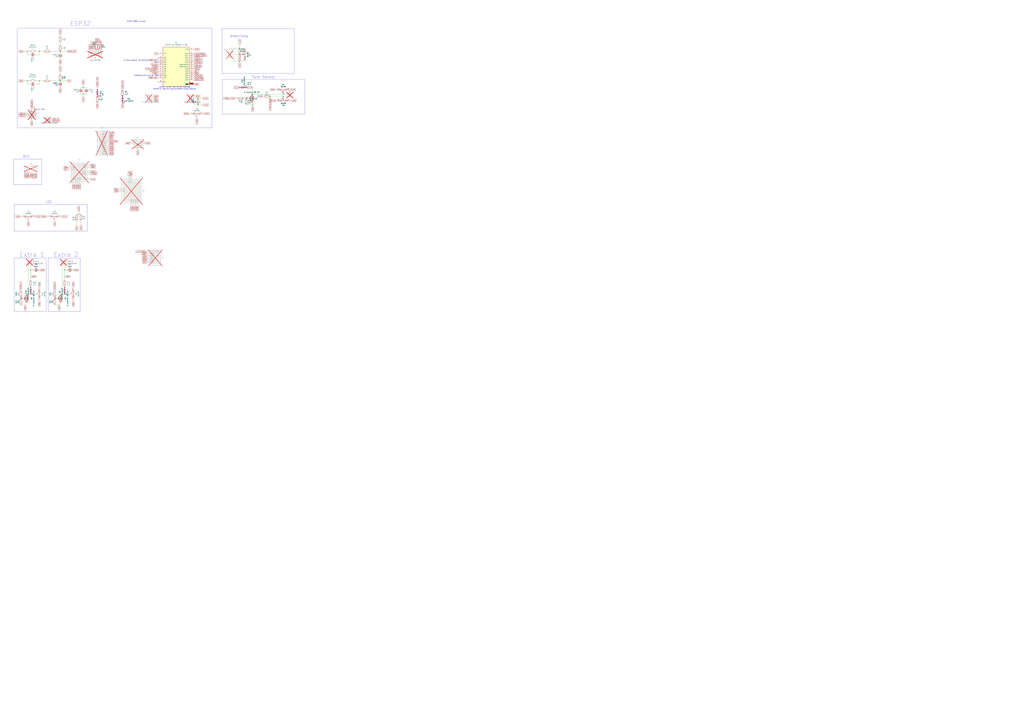
<source format=kicad_sch>
(kicad_sch
	(version 20250114)
	(generator "eeschema")
	(generator_version "9.0")
	(uuid "c26e8d55-0b6e-4c4e-b7c8-b1fed973201c")
	(paper "A0")
	(title_block
		(title "Plant Controller")
		(date "2020-12-21")
		(rev "0.4a")
		(company "C3MA")
	)
	
	(rectangle
		(start 16.51 237.744)
		(end 101.346 268.732)
		(stroke
			(width 0)
			(type default)
		)
		(fill
			(type none)
		)
		(uuid 1ed1aee0-8efb-486a-a550-066a86d5c669)
	)
	(rectangle
		(start 257.81 33.274)
		(end 341.63 85.344)
		(stroke
			(width 0)
			(type default)
		)
		(fill
			(type none)
		)
		(uuid 233c0351-cfd2-4f9e-b811-79c52fcb584d)
	)
	(rectangle
		(start 20.066 32.766)
		(end 246.126 148.59)
		(stroke
			(width 0)
			(type default)
		)
		(fill
			(type none)
		)
		(uuid 3a95b9e0-53dd-4840-b8fb-c11074eed081)
	)
	(rectangle
		(start 257.937 92.329)
		(end 354.076 132.715)
		(stroke
			(width 0)
			(type default)
		)
		(fill
			(type none)
		)
		(uuid 401e2773-4d08-4857-a7c2-f2ab6055fbac)
	)
	(rectangle
		(start 56.134 299.72)
		(end 92.964 361.95)
		(stroke
			(width 0)
			(type default)
		)
		(fill
			(type none)
		)
		(uuid 4b87a272-0a96-40f8-a42c-0bb4a8b95af2)
	)
	(rectangle
		(start 16.764 299.72)
		(end 53.594 361.95)
		(stroke
			(width 0)
			(type default)
		)
		(fill
			(type none)
		)
		(uuid 9180d8ab-03ef-414a-9b16-36a21edb22c2)
	)
	(rectangle
		(start 15.748 184.912)
		(end 48.26 214.63)
		(stroke
			(width 0)
			(type default)
		)
		(fill
			(type none)
		)
		(uuid f1cb09e6-74b4-43c4-8247-c9f441069dc5)
	)
	(text "free"
		(exclude_from_sim no)
		(at 180.848 72.39 0)
		(effects
			(font
				(size 1.27 1.27)
			)
		)
		(uuid "1556efd1-3aac-45ee-8113-03336077a83d")
	)
	(text "GPIO21 pulses high during flashing!\nGPIO19 is used for communication during flashing"
		(exclude_from_sim no)
		(at 202.692 102.362 0)
		(effects
			(font
				(size 1.27 1.27)
			)
		)
		(uuid "2195adc7-ab0b-4ee3-aa2e-b2786571de43")
	)
	(text "To Allow Wakeup via interrupt"
		(exclude_from_sim no)
		(at 157.734 70.104 0)
		(effects
			(font
				(size 1.27 1.27)
			)
		)
		(uuid "2a2b2787-1ab7-4400-91a4-ad0dd84a1701")
	)
	(text "ESP32"
		(exclude_from_sim no)
		(at 81.28 30.48 0)
		(effects
			(font
				(size 5 5)
			)
			(justify left bottom)
		)
		(uuid "3279e749-d62b-45dc-920c-a4d4fc61f21f")
	)
	(text "Tank Sensor"
		(exclude_from_sim no)
		(at 292.1 91.44 0)
		(effects
			(font
				(size 3 3)
			)
			(justify left bottom)
		)
		(uuid "45d00ce1-d24d-4745-b54e-c4c2e50e0191")
	)
	(text "WaterTemp"
		(exclude_from_sim no)
		(at 266.954 43.688 0)
		(effects
			(font
				(size 2.667 2.667)
			)
			(justify left bottom)
		)
		(uuid "59c9990c-80fa-43e9-8e04-020dc8e86397")
	)
	(text "strapping pint must be high"
		(exclude_from_sim no)
		(at 169.672 87.63 0)
		(effects
			(font
				(size 1.27 1.27)
			)
		)
		(uuid "7b27cd3b-0694-416b-8a4d-db02b61ad3f5")
	)
	(text "Extra 2"
		(exclude_from_sim no)
		(at 61.976 299.212 0)
		(effects
			(font
				(size 5.2578 5.2578)
			)
			(justify left bottom)
		)
		(uuid "7d4d3c2e-0309-4db4-bb1b-ebcee691b404")
	)
	(text "I2C\n"
		(exclude_from_sim no)
		(at 53.34 236.728 0)
		(effects
			(font
				(size 3 3)
			)
			(justify left bottom)
		)
		(uuid "7ded9190-4a97-4053-98a7-9fc80b60531c")
	)
	(text "RTC"
		(exclude_from_sim no)
		(at 26.416 184.15 0)
		(effects
			(font
				(size 3 3)
			)
			(justify left bottom)
		)
		(uuid "9240960d-2696-4574-a275-d22681c8f19f")
	)
	(text "Extra 1"
		(exclude_from_sim no)
		(at 22.606 299.212 0)
		(effects
			(font
				(size 5.2578 5.2578)
			)
			(justify left bottom)
		)
		(uuid "bb806151-ed93-4260-a513-d3f8a6d3ffec")
	)
	(text "PUMP_ENABLE is dead"
		(exclude_from_sim no)
		(at 158.242 24.892 0)
		(effects
			(font
				(size 1.27 1.27)
			)
		)
		(uuid "f55c64b8-30c5-485a-856a-ebed595657ec")
	)
	(junction
		(at 31.75 59.69)
		(diameter 0)
		(color 0 0 0 0)
		(uuid "0c801748-df91-4145-83f3-9b19cb585cd0")
	)
	(junction
		(at 35.56 341.63)
		(diameter 0)
		(color 0 0 0 0)
		(uuid "2bef4bea-bb62-4daf-b15b-75895c8a59b4")
	)
	(junction
		(at 33.02 341.63)
		(diameter 0)
		(color 0 0 0 0)
		(uuid "2bf0bdd6-2ca0-4de5-a401-4629c798d1e3")
	)
	(junction
		(at 69.85 59.69)
		(diameter 0)
		(color 0 0 0 0)
		(uuid "44bf766d-2222-4637-ada1-6cbff94abbf8")
	)
	(junction
		(at 278.13 63.5)
		(diameter 0)
		(color 0 0 0 0)
		(uuid "46c0ba75-4154-464f-9e5c-4307b07d2698")
	)
	(junction
		(at 91.44 248.92)
		(diameter 0)
		(color 0 0 0 0)
		(uuid "59cefdea-f0fc-4a2c-8ab5-1fb284bbff64")
	)
	(junction
		(at 35.56 313.69)
		(diameter 0)
		(color 0 0 0 0)
		(uuid "7c4ad104-5060-4b7f-8d45-809ed7f43289")
	)
	(junction
		(at 229.87 121.92)
		(diameter 0)
		(color 0 0 0 0)
		(uuid "80d65bc6-dba9-4812-bdea-0cc2f75d7859")
	)
	(junction
		(at 45.72 59.69)
		(diameter 0)
		(color 0 0 0 0)
		(uuid "a3104c80-278d-416a-b409-fd08d784c6c7")
	)
	(junction
		(at 293.37 121.92)
		(diameter 0)
		(color 0 0 0 0)
		(uuid "a9f9fd58-5fa0-4a3e-95c3-fc0252fa5af0")
	)
	(junction
		(at 285.75 114.3)
		(diameter 0)
		(color 0 0 0 0)
		(uuid "b0e4d6c4-9f37-4b7c-a61f-79c11d6c2915")
	)
	(junction
		(at 328.93 109.22)
		(diameter 0)
		(color 0 0 0 0)
		(uuid "b45885ae-1b76-41c5-80ca-f3da7767748a")
	)
	(junction
		(at 24.13 346.71)
		(diameter 0)
		(color 0 0 0 0)
		(uuid "c29ddec9-e0e6-459d-aa76-01ba1da21bc6")
	)
	(junction
		(at 45.72 93.98)
		(diameter 0)
		(color 0 0 0 0)
		(uuid "c39add44-ba76-41fb-8f18-28fa0366e282")
	)
	(junction
		(at 293.37 109.22)
		(diameter 0)
		(color 0 0 0 0)
		(uuid "ca4591fd-bdc7-468a-a08c-130470748ee6")
	)
	(junction
		(at 72.39 341.63)
		(diameter 0)
		(color 0 0 0 0)
		(uuid "cd5c9130-70fb-4c6b-8ad5-eb6ea3ac0bdb")
	)
	(junction
		(at 31.75 93.98)
		(diameter 0)
		(color 0 0 0 0)
		(uuid "d2b0a197-1410-44de-bdc3-e63959ff5b39")
	)
	(junction
		(at 313.69 111.76)
		(diameter 0)
		(color 0 0 0 0)
		(uuid "d5a62d30-8595-4b2d-b77f-2c8c05e3af0b")
	)
	(junction
		(at 278.13 71.12)
		(diameter 0)
		(color 0 0 0 0)
		(uuid "d799f9e7-9ba0-4c73-ab01-d2e64da7f370")
	)
	(junction
		(at 229.87 114.3)
		(diameter 0)
		(color 0 0 0 0)
		(uuid "d87ec7ee-a984-4873-af6a-591dbaf9505a")
	)
	(junction
		(at 74.93 313.69)
		(diameter 0)
		(color 0 0 0 0)
		(uuid "db211aab-6cf1-4a4c-b2bd-2355f82384e0")
	)
	(junction
		(at 328.93 111.76)
		(diameter 0)
		(color 0 0 0 0)
		(uuid "df6d7758-99c5-489b-9654-8c13c4c38e3d")
	)
	(junction
		(at 278.13 55.88)
		(diameter 0)
		(color 0 0 0 0)
		(uuid "e02eebd3-438f-4aea-a333-95525a446142")
	)
	(junction
		(at 96.52 109.22)
		(diameter 0)
		(color 0 0 0 0)
		(uuid "eccbfa59-0c6d-47df-8d18-db1d8a427072")
	)
	(junction
		(at 69.85 93.98)
		(diameter 0)
		(color 0 0 0 0)
		(uuid "ed603a96-a752-490d-9f6b-e11a5c28a267")
	)
	(junction
		(at 96.52 101.6)
		(diameter 0)
		(color 0 0 0 0)
		(uuid "f1a67806-2122-488a-be9e-3def99cac9b4")
	)
	(junction
		(at 74.93 341.63)
		(diameter 0)
		(color 0 0 0 0)
		(uuid "f411ed64-9cd8-41e6-9c45-19388dc3fd14")
	)
	(junction
		(at 63.5 346.71)
		(diameter 0)
		(color 0 0 0 0)
		(uuid "fb2b919c-6424-4e40-bed3-beeb848f4f99")
	)
	(no_connect
		(at 31.75 200.66)
		(uuid "133b7027-41a1-4e09-a1e6-24d8bb033b2a")
	)
	(no_connect
		(at 184.15 72.39)
		(uuid "5a1ba32e-b2ae-4014-aefc-1b75b4dc3c15")
	)
	(no_connect
		(at 184.15 67.31)
		(uuid "6d645bf1-339f-4b38-a26a-bdd168ca591e")
	)
	(no_connect
		(at 41.91 134.62)
		(uuid "6e3bf7f5-ac34-42e8-8ef5-a375f9ec4670")
	)
	(no_connect
		(at 29.21 200.66)
		(uuid "a8b1637e-8d2e-4941-b9bd-532be9ff9ba7")
	)
	(no_connect
		(at 41.91 132.08)
		(uuid "d86b8e60-6beb-4fca-8d73-f997d63653a6")
	)
	(no_connect
		(at 184.15 87.63)
		(uuid "f3c5dacd-33c5-408d-ad7a-be143502967e")
	)
	(wire
		(pts
			(xy 41.91 63.5) (xy 45.72 63.5)
		)
		(stroke
			(width 0)
			(type default)
		)
		(uuid "0177a789-58ee-4342-a75b-6dc9759a0292")
	)
	(wire
		(pts
			(xy 74.93 341.63) (xy 80.01 341.63)
		)
		(stroke
			(width 0)
			(type default)
		)
		(uuid "120ebb1b-6e37-49ed-b620-6eb109e270e3")
	)
	(wire
		(pts
			(xy 71.12 351.79) (xy 68.58 351.79)
		)
		(stroke
			(width 0)
			(type default)
		)
		(uuid "12d48094-20d6-4dd4-9b87-9b37592b7583")
	)
	(wire
		(pts
			(xy 96.52 109.22) (xy 96.52 111.76)
		)
		(stroke
			(width 0)
			(type default)
		)
		(uuid "1ab70c7f-b32b-445d-9855-6db940558137")
	)
	(wire
		(pts
			(xy 43.18 59.69) (xy 45.72 59.69)
		)
		(stroke
			(width 0)
			(type default)
		)
		(uuid "1ca63fb6-baf6-4191-bb5e-78a70eea690f")
	)
	(wire
		(pts
			(xy 229.87 114.3) (xy 234.95 114.3)
		)
		(stroke
			(width 0)
			(type default)
		)
		(uuid "1ee75389-371d-4303-a4c9-a6fef7dc46c8")
	)
	(wire
		(pts
			(xy 69.85 93.98) (xy 77.47 93.98)
		)
		(stroke
			(width 0)
			(type default)
		)
		(uuid "21cbfe94-5ca9-4e05-91f8-af8286db52f0")
	)
	(wire
		(pts
			(xy 275.59 114.3) (xy 274.32 114.3)
		)
		(stroke
			(width 0)
			(type default)
		)
		(uuid "2b5e2002-4910-4b28-b2af-64df078c8f37")
	)
	(wire
		(pts
			(xy 24.13 345.44) (xy 24.13 346.71)
		)
		(stroke
			(width 0)
			(type default)
		)
		(uuid "2daf10fb-bf25-4624-8b12-9ecb2739a811")
	)
	(wire
		(pts
			(xy 34.29 97.79) (xy 31.75 97.79)
		)
		(stroke
			(width 0)
			(type default)
		)
		(uuid "31699884-19e8-4f5a-acb0-7aab16d601da")
	)
	(wire
		(pts
			(xy 45.72 63.5) (xy 45.72 59.69)
		)
		(stroke
			(width 0)
			(type default)
		)
		(uuid "31bf5f35-13b7-4fbb-8116-6685511be1f0")
	)
	(wire
		(pts
			(xy 29.21 351.79) (xy 29.21 354.33)
		)
		(stroke
			(width 0)
			(type default)
		)
		(uuid "31ffa7ad-1b60-4f81-a75d-759e6c99fc66")
	)
	(wire
		(pts
			(xy 35.56 313.69) (xy 35.56 309.88)
		)
		(stroke
			(width 0)
			(type default)
		)
		(uuid "3485c98e-42fd-4962-baeb-f49dc1271407")
	)
	(wire
		(pts
			(xy 278.13 52.07) (xy 278.13 55.88)
		)
		(stroke
			(width 0)
			(type default)
		)
		(uuid "36492ecb-e83c-44ed-bce9-108634ac94ff")
	)
	(wire
		(pts
			(xy 35.56 341.63) (xy 40.64 341.63)
		)
		(stroke
			(width 0)
			(type default)
		)
		(uuid "398bc1ad-11e7-49fc-bab0-36ac7dcafc65")
	)
	(wire
		(pts
			(xy 31.75 351.79) (xy 29.21 351.79)
		)
		(stroke
			(width 0)
			(type default)
		)
		(uuid "3a08e8bf-f632-4ee9-8c81-38720a917cf3")
	)
	(wire
		(pts
			(xy 96.52 101.6) (xy 100.33 101.6)
		)
		(stroke
			(width 0)
			(type default)
		)
		(uuid "3dce1630-8f07-4681-bb48-60204f907b65")
	)
	(wire
		(pts
			(xy 74.93 313.69) (xy 74.93 325.12)
		)
		(stroke
			(width 0)
			(type default)
		)
		(uuid "3ff42459-900c-4649-bbc4-ab8737f50082")
	)
	(wire
		(pts
			(xy 72.39 309.88) (xy 72.39 341.63)
		)
		(stroke
			(width 0)
			(type default)
		)
		(uuid "44ae3783-0bc5-433b-8db2-8b8f87531e12")
	)
	(wire
		(pts
			(xy 226.06 114.3) (xy 229.87 114.3)
		)
		(stroke
			(width 0)
			(type default)
		)
		(uuid "44b868eb-c1c8-4396-a25b-1ed4bffa5df2")
	)
	(wire
		(pts
			(xy 271.78 55.88) (xy 278.13 55.88)
		)
		(stroke
			(width 0)
			(type default)
		)
		(uuid "466941da-e72c-4754-9ae3-e5f3e0803017")
	)
	(wire
		(pts
			(xy 320.04 104.14) (xy 321.31 104.14)
		)
		(stroke
			(width 0)
			(type default)
		)
		(uuid "4763bbcb-eda9-4ab0-ad66-1b29bb694dd2")
	)
	(wire
		(pts
			(xy 31.75 59.69) (xy 33.02 59.69)
		)
		(stroke
			(width 0)
			(type default)
		)
		(uuid "483615ee-41ef-48f3-bab8-747913a3b96f")
	)
	(wire
		(pts
			(xy 74.93 313.69) (xy 74.93 309.88)
		)
		(stroke
			(width 0)
			(type default)
		)
		(uuid "4856e7d5-dad7-4499-8e48-3f7304874107")
	)
	(wire
		(pts
			(xy 35.56 313.69) (xy 38.1 313.69)
		)
		(stroke
			(width 0)
			(type default)
		)
		(uuid "4abb9a39-702d-4e8c-a8d7-0cf6650dcf1a")
	)
	(wire
		(pts
			(xy 69.85 86.36) (xy 69.85 83.82)
		)
		(stroke
			(width 0)
			(type default)
		)
		(uuid "4bb38bb9-7c08-4826-a42b-21192907f190")
	)
	(wire
		(pts
			(xy 69.85 59.69) (xy 77.47 59.69)
		)
		(stroke
			(width 0)
			(type default)
		)
		(uuid "5256d83b-af0e-4569-b35e-4538fa9f0c95")
	)
	(wire
		(pts
			(xy 31.75 93.98) (xy 31.75 97.79)
		)
		(stroke
			(width 0)
			(type default)
		)
		(uuid "536ecfb7-07b7-4bf3-b53a-4fdb8c0b7f89")
	)
	(wire
		(pts
			(xy 45.72 59.69) (xy 50.8 59.69)
		)
		(stroke
			(width 0)
			(type default)
		)
		(uuid "54ca3150-def0-4bc3-8825-96aab67dcdc1")
	)
	(wire
		(pts
			(xy 69.85 49.53) (xy 69.85 52.07)
		)
		(stroke
			(width 0)
			(type default)
		)
		(uuid "55bd0438-7295-46aa-bd32-0ce2fda20b0b")
	)
	(wire
		(pts
			(xy 293.37 109.22) (xy 328.93 109.22)
		)
		(stroke
			(width 0)
			(type default)
		)
		(uuid "60a62d88-28f4-4168-abad-a0a075987d66")
	)
	(wire
		(pts
			(xy 219.71 132.08) (xy 220.98 132.08)
		)
		(stroke
			(width 0)
			(type default)
		)
		(uuid "62e15c17-7df5-475e-b103-0d4f69dd85c3")
	)
	(wire
		(pts
			(xy 226.06 116.84) (xy 226.06 121.92)
		)
		(stroke
			(width 0)
			(type default)
		)
		(uuid "644eabac-1c27-416e-bf4d-750948deadf2")
	)
	(wire
		(pts
			(xy 27.94 93.98) (xy 31.75 93.98)
		)
		(stroke
			(width 0)
			(type default)
		)
		(uuid "658cd722-822e-4271-af54-fd25a45efbeb")
	)
	(wire
		(pts
			(xy 74.93 334.01) (xy 74.93 332.74)
		)
		(stroke
			(width 0)
			(type default)
		)
		(uuid "666ce09a-0a0c-491a-bb39-4cbbb328181f")
	)
	(wire
		(pts
			(xy 72.39 341.63) (xy 71.12 341.63)
		)
		(stroke
			(width 0)
			(type default)
		)
		(uuid "6d047e78-eceb-4684-ac3f-c76ea2db8034")
	)
	(wire
		(pts
			(xy 69.85 59.69) (xy 69.85 60.96)
		)
		(stroke
			(width 0)
			(type default)
		)
		(uuid "700ef27d-1afc-4474-9c7e-7495dfb2cd41")
	)
	(wire
		(pts
			(xy 91.44 246.38) (xy 91.44 248.92)
		)
		(stroke
			(width 0)
			(type default)
		)
		(uuid "70866635-ddea-48d8-8718-83534d7ee14b")
	)
	(wire
		(pts
			(xy 96.52 99.06) (xy 96.52 101.6)
		)
		(stroke
			(width 0)
			(type default)
		)
		(uuid "722ee4f9-72ec-47c5-8af9-2593b457c9f6")
	)
	(wire
		(pts
			(xy 63.5 345.44) (xy 63.5 346.71)
		)
		(stroke
			(width 0)
			(type default)
		)
		(uuid "74091b03-ef55-4172-9d0a-d152352c23d4")
	)
	(wire
		(pts
			(xy 93.98 101.6) (xy 96.52 101.6)
		)
		(stroke
			(width 0)
			(type default)
		)
		(uuid "74b2227a-fa56-4549-b733-9557b9413712")
	)
	(wire
		(pts
			(xy 45.72 93.98) (xy 45.72 97.79)
		)
		(stroke
			(width 0)
			(type default)
		)
		(uuid "76babe23-9fed-45a3-9579-567c56af29ba")
	)
	(wire
		(pts
			(xy 33.02 341.63) (xy 35.56 341.63)
		)
		(stroke
			(width 0)
			(type default)
		)
		(uuid "79efefe3-2f9a-4adc-8d8e-3d3c4fd080ba")
	)
	(wire
		(pts
			(xy 34.29 63.5) (xy 31.75 63.5)
		)
		(stroke
			(width 0)
			(type default)
		)
		(uuid "7d485185-3d6f-4ba3-a470-0c5cd8a21f08")
	)
	(wire
		(pts
			(xy 31.75 93.98) (xy 33.02 93.98)
		)
		(stroke
			(width 0)
			(type default)
		)
		(uuid "7e0b43c8-36f8-4add-a349-afdc2cb53952")
	)
	(wire
		(pts
			(xy 271.78 71.12) (xy 278.13 71.12)
		)
		(stroke
			(width 0)
			(type default)
		)
		(uuid "80434ffa-f919-4d72-8038-56a22544dbf9")
	)
	(wire
		(pts
			(xy 93.98 109.22) (xy 96.52 109.22)
		)
		(stroke
			(width 0)
			(type default)
		)
		(uuid "8407ac68-3faf-4589-b1de-98116c7b6a4f")
	)
	(wire
		(pts
			(xy 278.13 63.5) (xy 279.4 63.5)
		)
		(stroke
			(width 0)
			(type default)
		)
		(uuid "85d1d84c-fd22-4545-baea-ced839ab08b1")
	)
	(wire
		(pts
			(xy 24.13 251.46) (xy 25.4 251.46)
		)
		(stroke
			(width 0)
			(type default)
		)
		(uuid "8c027af5-0ec1-4c51-959c-ea99286f05f4")
	)
	(wire
		(pts
			(xy 113.03 101.6) (xy 113.03 104.14)
		)
		(stroke
			(width 0)
			(type default)
		)
		(uuid "906456f1-74dc-4cc0-8aa6-e1b12a5b0326")
	)
	(wire
		(pts
			(xy 271.78 66.04) (xy 271.78 71.12)
		)
		(stroke
			(width 0)
			(type default)
		)
		(uuid "91e75e41-3d05-4931-9e4d-b6a0534378d1")
	)
	(wire
		(pts
			(xy 285.75 121.92) (xy 293.37 121.92)
		)
		(stroke
			(width 0)
			(type default)
		)
		(uuid "91ee550a-c477-47ca-85c9-86517cb173f8")
	)
	(wire
		(pts
			(xy 68.58 351.79) (xy 68.58 354.33)
		)
		(stroke
			(width 0)
			(type default)
		)
		(uuid "93314357-f2cf-4957-a6b1-9d033873da88")
	)
	(wire
		(pts
			(xy 293.37 121.92) (xy 293.37 123.19)
		)
		(stroke
			(width 0)
			(type default)
		)
		(uuid "93c0481b-aacd-483f-a8cc-de3fae8dd8cf")
	)
	(wire
		(pts
			(xy 88.9 256.54) (xy 88.9 261.62)
		)
		(stroke
			(width 0)
			(type default)
		)
		(uuid "93c17db2-793e-4a58-8c7e-ff5af9ec0b01")
	)
	(wire
		(pts
			(xy 226.06 121.92) (xy 229.87 121.92)
		)
		(stroke
			(width 0)
			(type default)
		)
		(uuid "97d339c5-225b-44e6-942d-fe692ed2713c")
	)
	(wire
		(pts
			(xy 278.13 71.12) (xy 284.48 71.12)
		)
		(stroke
			(width 0)
			(type default)
		)
		(uuid "99c7b492-11b3-4968-bb47-e0e498beb4f4")
	)
	(wire
		(pts
			(xy 93.98 261.62) (xy 93.98 256.54)
		)
		(stroke
			(width 0)
			(type default)
		)
		(uuid "a0dea2ad-b1d7-490e-8617-4f6f933c9a95")
	)
	(wire
		(pts
			(xy 58.42 93.98) (xy 69.85 93.98)
		)
		(stroke
			(width 0)
			(type default)
		)
		(uuid "a650c4ef-35d1-41cc-a1b8-2f4d039def3e")
	)
	(wire
		(pts
			(xy 45.72 93.98) (xy 50.8 93.98)
		)
		(stroke
			(width 0)
			(type default)
		)
		(uuid "a6f20c79-82b3-4cbc-a418-b3e892edf979")
	)
	(wire
		(pts
			(xy 229.87 121.92) (xy 234.95 121.92)
		)
		(stroke
			(width 0)
			(type default)
		)
		(uuid "a9a80599-37da-40a1-aecd-15d6cb538347")
	)
	(wire
		(pts
			(xy 41.91 97.79) (xy 45.72 97.79)
		)
		(stroke
			(width 0)
			(type default)
		)
		(uuid "b0727bbf-4aa0-4f1f-a393-5a2444607ca8")
	)
	(wire
		(pts
			(xy 43.18 93.98) (xy 45.72 93.98)
		)
		(stroke
			(width 0)
			(type default)
		)
		(uuid "b34bc502-57b5-42ca-a1e3-e37a6b18fa8a")
	)
	(wire
		(pts
			(xy 293.37 121.92) (xy 293.37 119.38)
		)
		(stroke
			(width 0)
			(type default)
		)
		(uuid "b5a66bcd-3d77-4fc3-a7ef-9522ea59d5b4")
	)
	(wire
		(pts
			(xy 278.13 71.12) (xy 278.13 72.39)
		)
		(stroke
			(width 0)
			(type default)
		)
		(uuid "b8e1344d-eebb-405e-bf45-bf7286818846")
	)
	(wire
		(pts
			(xy 72.39 341.63) (xy 74.93 341.63)
		)
		(stroke
			(width 0)
			(type default)
		)
		(uuid "bcbdfbfe-813b-406c-8e78-ecf377694e4b")
	)
	(wire
		(pts
			(xy 278.13 55.88) (xy 284.48 55.88)
		)
		(stroke
			(width 0)
			(type default)
		)
		(uuid "c3c4e6a5-ffd0-4949-b1ed-9dbac4816a31")
	)
	(wire
		(pts
			(xy 31.75 63.5) (xy 31.75 59.69)
		)
		(stroke
			(width 0)
			(type default)
		)
		(uuid "c64f7182-b1d1-414b-8311-bf9c8def56b0")
	)
	(wire
		(pts
			(xy 27.94 59.69) (xy 31.75 59.69)
		)
		(stroke
			(width 0)
			(type default)
		)
		(uuid "c80e2422-7139-49dc-b3f9-625263c3cdf8")
	)
	(wire
		(pts
			(xy 293.37 101.6) (xy 293.37 109.22)
		)
		(stroke
			(width 0)
			(type default)
		)
		(uuid "cad969f2-74fc-4d70-ae1a-5f7c9f1fafe5")
	)
	(wire
		(pts
			(xy 313.69 111.76) (xy 313.69 113.03)
		)
		(stroke
			(width 0)
			(type default)
		)
		(uuid "d015eee5-e700-4aae-9740-7584ac86f2dc")
	)
	(wire
		(pts
			(xy 69.85 40.64) (xy 69.85 41.91)
		)
		(stroke
			(width 0)
			(type default)
		)
		(uuid "d32bf4e8-ecff-4ac9-ad29-ae1c8bda82d7")
	)
	(wire
		(pts
			(xy 33.02 341.63) (xy 31.75 341.63)
		)
		(stroke
			(width 0)
			(type default)
		)
		(uuid "d3a8bba0-f6b8-492c-bd32-cf4f52b3a460")
	)
	(wire
		(pts
			(xy 271.78 60.96) (xy 271.78 55.88)
		)
		(stroke
			(width 0)
			(type default)
		)
		(uuid "db1449f4-7508-4d35-a59d-651f6bb67398")
	)
	(wire
		(pts
			(xy 68.58 354.33) (xy 63.5 354.33)
		)
		(stroke
			(width 0)
			(type default)
		)
		(uuid "de6ae241-6a11-4acc-aa73-4a79d3e05390")
	)
	(wire
		(pts
			(xy 328.93 111.76) (xy 331.47 111.76)
		)
		(stroke
			(width 0)
			(type default)
		)
		(uuid "e1cb434d-ad4f-4f8f-9de9-d90ae9cd1c77")
	)
	(wire
		(pts
			(xy 283.21 114.3) (xy 285.75 114.3)
		)
		(stroke
			(width 0)
			(type default)
		)
		(uuid "e2df7712-ab61-410a-b1b8-e5fe74794534")
	)
	(wire
		(pts
			(xy 54.61 251.46) (xy 55.88 251.46)
		)
		(stroke
			(width 0)
			(type default)
		)
		(uuid "e3114c64-3a58-46b0-a670-c83661c7de49")
	)
	(wire
		(pts
			(xy 313.69 111.76) (xy 328.93 111.76)
		)
		(stroke
			(width 0)
			(type default)
		)
		(uuid "ed1859d2-f596-4cb5-a5ad-7acc9d34a435")
	)
	(wire
		(pts
			(xy 35.56 313.69) (xy 35.56 325.12)
		)
		(stroke
			(width 0)
			(type default)
		)
		(uuid "ed1fd11f-d09d-48a9-9ccc-935ebda3f31e")
	)
	(wire
		(pts
			(xy 58.42 59.69) (xy 69.85 59.69)
		)
		(stroke
			(width 0)
			(type default)
		)
		(uuid "efe43904-6098-445c-abdc-2bc8ca9294e5")
	)
	(wire
		(pts
			(xy 328.93 109.22) (xy 331.47 109.22)
		)
		(stroke
			(width 0)
			(type default)
		)
		(uuid "f0fe1774-fe0e-4df8-8b74-3ff52c87b757")
	)
	(wire
		(pts
			(xy 337.82 116.84) (xy 336.55 116.84)
		)
		(stroke
			(width 0)
			(type default)
		)
		(uuid "f1a50e89-e842-4523-8212-2d0c94809628")
	)
	(wire
		(pts
			(xy 96.52 109.22) (xy 100.33 109.22)
		)
		(stroke
			(width 0)
			(type default)
		)
		(uuid "f1c085fa-3dc9-4e20-974e-d9de9c622474")
	)
	(wire
		(pts
			(xy 29.21 354.33) (xy 24.13 354.33)
		)
		(stroke
			(width 0)
			(type default)
		)
		(uuid "f2e01eb8-dda0-4f4c-a50c-8fd5751acfb1")
	)
	(wire
		(pts
			(xy 35.56 334.01) (xy 35.56 332.74)
		)
		(stroke
			(width 0)
			(type default)
		)
		(uuid "f3bf6e36-aa7c-4ac8-8639-188ecb6b8e30")
	)
	(wire
		(pts
			(xy 88.9 248.92) (xy 91.44 248.92)
		)
		(stroke
			(width 0)
			(type default)
		)
		(uuid "f5e7d45d-4790-4305-9401-f604f4076991")
	)
	(wire
		(pts
			(xy 271.78 63.5) (xy 278.13 63.5)
		)
		(stroke
			(width 0)
			(type default)
		)
		(uuid "f9c01c92-19e3-4daa-9743-ed08778d5561")
	)
	(wire
		(pts
			(xy 33.02 309.88) (xy 33.02 341.63)
		)
		(stroke
			(width 0)
			(type default)
		)
		(uuid "fa43ccc0-370c-4fdb-a0d8-dd3f4f7e79e7")
	)
	(wire
		(pts
			(xy 74.93 313.69) (xy 77.47 313.69)
		)
		(stroke
			(width 0)
			(type default)
		)
		(uuid "fcaf42a8-4767-4fa9-907c-897f08df9f9c")
	)
	(wire
		(pts
			(xy 91.44 248.92) (xy 93.98 248.92)
		)
		(stroke
			(width 0)
			(type default)
		)
		(uuid "ff6dab05-366f-49e5-b875-92ab1629809b")
	)
	(global_label "GND"
		(shape input)
		(at 85.09 334.01 90)
		(fields_autoplaced yes)
		(effects
			(font
				(size 1.27 1.27)
			)
			(justify left)
		)
		(uuid "01f0ce47-812c-4593-960f-ca9592317683")
		(property "Intersheetrefs" "${INTERSHEET_REFS}"
			(at 85.09 327.1543 90)
			(effects
				(font
					(size 1.27 1.27)
				)
				(justify left)
				(hide yes)
			)
		)
	)
	(global_label "TANK_SENSOR"
		(shape input)
		(at 184.15 80.01 180)
		(fields_autoplaced yes)
		(effects
			(font
				(size 1.27 1.27)
			)
			(justify right)
		)
		(uuid "0277878d-a4a6-4231-8b67-d156df63670e")
		(property "Intersheetrefs" "${INTERSHEET_REFS}"
			(at 168.6957 80.01 0)
			(effects
				(font
					(size 1.27 1.27)
				)
				(justify right)
				(hide yes)
			)
		)
	)
	(global_label "GND"
		(shape input)
		(at 337.82 116.84 0)
		(fields_autoplaced yes)
		(effects
			(font
				(size 1.27 1.27)
			)
			(justify left)
		)
		(uuid "05c81bef-81a5-4a36-ab49-e60fb7156524")
		(property "Intersheetrefs" "${INTERSHEET_REFS}"
			(at 343.9421 116.84 0)
			(effects
				(font
					(size 1.27 1.27)
				)
				(justify left)
				(hide yes)
			)
		)
	)
	(global_label "3_3V"
		(shape input)
		(at 321.31 116.84 180)
		(fields_autoplaced yes)
		(effects
			(font
				(size 1.27 1.27)
			)
			(justify right)
		)
		(uuid "05d6d37f-4aa5-4dd8-a14c-e60a7d890ed1")
		(property "Intersheetrefs" "${INTERSHEET_REFS}"
			(at 314.5832 116.84 0)
			(effects
				(font
					(size 1.27 1.27)
				)
				(justify right)
				(hide yes)
			)
		)
	)
	(global_label "VBAT"
		(shape input)
		(at 152.4 205.74 90)
		(fields_autoplaced yes)
		(effects
			(font
				(size 1.27 1.27)
			)
			(justify left)
		)
		(uuid "06c8a595-7bf2-4dd7-a4f0-ac17b2d46649")
		(property "Intersheetrefs" "${INTERSHEET_REFS}"
			(at 152.4 198.9942 90)
			(effects
				(font
					(size 1.27 1.27)
				)
				(justify left)
				(hide yes)
			)
		)
	)
	(global_label "GND"
		(shape input)
		(at 320.04 104.14 180)
		(fields_autoplaced yes)
		(effects
			(font
				(size 1.27 1.27)
			)
			(justify right)
		)
		(uuid "07eb776c-3b6c-493d-938d-f5eeb93bb30f")
		(property "Intersheetrefs" "${INTERSHEET_REFS}"
			(at 313.9179 104.14 0)
			(effects
				(font
					(size 1.27 1.27)
				)
				(justify right)
				(hide yes)
			)
		)
	)
	(global_label "GND"
		(shape input)
		(at 96.52 99.06 90)
		(fields_autoplaced yes)
		(effects
			(font
				(size 1.27 1.27)
			)
			(justify left)
		)
		(uuid "07f2735a-5fa4-495f-a960-1a2fafe677bd")
		(property "Intersheetrefs" "${INTERSHEET_REFS}"
			(at 96.52 92.9379 90)
			(effects
				(font
					(size 1.27 1.27)
				)
				(justify left)
				(hide yes)
			)
		)
	)
	(global_label "3_3V"
		(shape input)
		(at 149.86 205.74 90)
		(fields_autoplaced yes)
		(effects
			(font
				(size 1.27 1.27)
			)
			(justify left)
		)
		(uuid "09a7e979-4a18-4d80-a7c2-c9c10cdbfd9d")
		(property "Intersheetrefs" "${INTERSHEET_REFS}"
			(at 149.86 198.9338 90)
			(effects
				(font
					(size 1.27 1.27)
				)
				(justify left)
				(hide yes)
			)
		)
	)
	(global_label "GND"
		(shape input)
		(at 226.06 111.76 0)
		(fields_autoplaced yes)
		(effects
			(font
				(size 1.27 1.27)
			)
			(justify left)
		)
		(uuid "09df9ed6-1e8f-41ca-830c-ab300f318c83")
		(property "Intersheetrefs" "${INTERSHEET_REFS}"
			(at 232.2615 111.76 0)
			(effects
				(font
					(size 1.27 1.27)
				)
				(justify left)
				(hide yes)
			)
		)
	)
	(global_label "WORKING"
		(shape input)
		(at 224.79 87.63 0)
		(fields_autoplaced yes)
		(effects
			(font
				(size 1.27 1.27)
			)
			(justify left)
		)
		(uuid "0af53f6a-ea11-4d73-a8d1-f63ebcdc2e54")
		(property "Intersheetrefs" "${INTERSHEET_REFS}"
			(at 235.6482 87.63 0)
			(effects
				(font
					(size 1.27 1.27)
				)
				(justify left)
				(hide yes)
			)
		)
	)
	(global_label "Charge"
		(shape input)
		(at 184.15 74.93 180)
		(fields_autoplaced yes)
		(effects
			(font
				(size 1.27 1.27)
			)
			(justify right)
		)
		(uuid "0d0161bc-7240-4eee-8726-d1822cffb0f6")
		(property "Intersheetrefs" "${INTERSHEET_REFS}"
			(at 175.2272 74.93 0)
			(effects
				(font
					(size 1.27 1.27)
				)
				(justify right)
				(hide yes)
			)
		)
	)
	(global_label "USB_D-"
		(shape input)
		(at 109.22 58.42 90)
		(fields_autoplaced yes)
		(effects
			(font
				(size 1.27 1.27)
			)
			(justify left)
		)
		(uuid "0d994ccb-a63f-4416-9894-9ddfda536836")
		(property "Intersheetrefs" "${INTERSHEET_REFS}"
			(at 109.22 48.469 90)
			(effects
				(font
					(size 1.27 1.27)
				)
				(justify left)
				(hide yes)
			)
		)
	)
	(global_label "GND"
		(shape input)
		(at 154.94 238.76 270)
		(fields_autoplaced yes)
		(effects
			(font
				(size 1.27 1.27)
			)
			(justify right)
		)
		(uuid "0e2ae4f1-4564-4982-956b-ea4c210979bf")
		(property "Intersheetrefs" "${INTERSHEET_REFS}"
			(at 154.94 244.9615 90)
			(effects
				(font
					(size 1.27 1.27)
				)
				(justify right)
				(hide yes)
			)
		)
	)
	(global_label "LED_ENABLE"
		(shape input)
		(at 171.45 292.1 180)
		(fields_autoplaced yes)
		(effects
			(font
				(size 1.27 1.27)
			)
			(justify right)
		)
		(uuid "11cc9fe3-80f4-40f0-bfcd-ee01b4fd2a55")
		(property "Intersheetrefs" "${INTERSHEET_REFS}"
			(at 157.6891 292.1 0)
			(effects
				(font
					(size 1.27 1.27)
				)
				(justify right)
				(hide yes)
			)
		)
	)
	(global_label "SDA"
		(shape input)
		(at 36.83 200.66 270)
		(fields_autoplaced yes)
		(effects
			(font
				(size 1.27 1.27)
			)
			(justify right)
		)
		(uuid "15df726b-dd98-4aca-996c-07a91cdb9d7a")
		(property "Intersheetrefs" "${INTERSHEET_REFS}"
			(at 36.83 206.5591 90)
			(effects
				(font
					(size 1.27 1.27)
				)
				(justify right)
				(hide yes)
			)
		)
	)
	(global_label "GND"
		(shape input)
		(at 171.45 297.18 180)
		(fields_autoplaced yes)
		(effects
			(font
				(size 1.27 1.27)
			)
			(justify right)
		)
		(uuid "1acf831d-2a29-4a4e-a38c-6e35bf2b277f")
		(property "Intersheetrefs" "${INTERSHEET_REFS}"
			(at 165.2485 297.18 0)
			(effects
				(font
					(size 1.27 1.27)
				)
				(justify right)
				(hide yes)
			)
		)
	)
	(global_label "SDA"
		(shape input)
		(at 177.8 116.84 0)
		(fields_autoplaced yes)
		(effects
			(font
				(size 1.27 1.27)
			)
			(justify left)
		)
		(uuid "1c205131-2195-4fc5-98ca-0cab3ff1b276")
		(property "Intersheetrefs" "${INTERSHEET_REFS}"
			(at 183.6197 116.84 0)
			(effects
				(font
					(size 1.27 1.27)
				)
				(justify left)
				(hide yes)
			)
		)
	)
	(global_label "GND"
		(shape input)
		(at 293.37 123.19 270)
		(fields_autoplaced yes)
		(effects
			(font
				(size 1.27 1.27)
			)
			(justify right)
		)
		(uuid "20826301-241c-4b61-8480-c1231645cf78")
		(property "Intersheetrefs" "${INTERSHEET_REFS}"
			(at 293.37 129.3121 90)
			(effects
				(font
					(size 1.27 1.27)
				)
				(justify right)
				(hide yes)
			)
		)
	)
	(global_label "VBAT"
		(shape input)
		(at 85.09 349.25 270)
		(fields_autoplaced yes)
		(effects
			(font
				(size 1.27 1.27)
			)
			(justify right)
		)
		(uuid "23c912c6-12c3-411c-bd7f-baaa5f29c31c")
		(property "Intersheetrefs" "${INTERSHEET_REFS}"
			(at 85.09 356.65 90)
			(effects
				(font
					(size 1.27 1.27)
				)
				(justify right)
				(hide yes)
			)
		)
	)
	(global_label "GND"
		(shape input)
		(at 24.13 251.46 180)
		(fields_autoplaced yes)
		(effects
			(font
				(size 1.27 1.27)
			)
			(justify right)
		)
		(uuid "29a5ca9f-ceff-4d1f-9d68-01494322a3e8")
		(property "Intersheetrefs" "${INTERSHEET_REFS}"
			(at 18.0079 251.46 0)
			(effects
				(font
					(size 1.27 1.27)
				)
				(justify right)
				(hide yes)
			)
		)
	)
	(global_label "GND"
		(shape input)
		(at 125.73 176.53 0)
		(fields_autoplaced yes)
		(effects
			(font
				(size 1.27 1.27)
			)
			(justify left)
		)
		(uuid "2b9f7359-b644-478f-ba13-5ea4a3466855")
		(property "Intersheetrefs" "${INTERSHEET_REFS}"
			(at 131.9315 176.53 0)
			(effects
				(font
					(size 1.27 1.27)
				)
				(justify left)
				(hide yes)
			)
		)
	)
	(global_label "USB_BUS"
		(shape input)
		(at 36.83 127 90)
		(fields_autoplaced yes)
		(effects
			(font
				(size 1.27 1.27)
			)
			(justify left)
		)
		(uuid "2c73b682-c34d-4be6-90ef-25750bdd4b53")
		(property "Intersheetrefs" "${INTERSHEET_REFS}"
			(at 36.83 116.0814 90)
			(effects
				(font
					(size 1.27 1.27)
				)
				(justify left)
				(hide yes)
			)
		)
	)
	(global_label "SDA"
		(shape input)
		(at 224.79 85.09 0)
		(fields_autoplaced yes)
		(effects
			(font
				(size 1.27 1.27)
			)
			(justify left)
		)
		(uuid "2eebddac-8c2f-4574-8648-38ee33af1472")
		(property "Intersheetrefs" "${INTERSHEET_REFS}"
			(at 230.6891 85.09 0)
			(effects
				(font
					(size 1.27 1.27)
				)
				(justify left)
				(hide yes)
			)
		)
	)
	(global_label "GND"
		(shape input)
		(at 160.02 173.99 270)
		(fields_autoplaced yes)
		(effects
			(font
				(size 1.27 1.27)
			)
			(justify right)
		)
		(uuid "300650e6-036d-445a-a054-e0480cee81f6")
		(property "Intersheetrefs" "${INTERSHEET_REFS}"
			(at 160.02 180.1915 90)
			(effects
				(font
					(size 1.27 1.27)
				)
				(justify right)
				(hide yes)
			)
		)
	)
	(global_label "WORKING"
		(shape input)
		(at 142.24 104.14 90)
		(fields_autoplaced yes)
		(effects
			(font
				(size 1.27 1.27)
			)
			(justify left)
		)
		(uuid "303310f5-7f76-473a-84ff-825ecc4bddd1")
		(property "Intersheetrefs" "${INTERSHEET_REFS}"
			(at 142.24 93.2818 90)
			(effects
				(font
					(size 1.27 1.27)
				)
				(justify left)
				(hide yes)
			)
		)
	)
	(global_label "FLOW"
		(shape input)
		(at 228.6 137.16 270)
		(fields_autoplaced yes)
		(effects
			(font
				(size 1.27 1.27)
			)
			(justify right)
		)
		(uuid "34231fa6-ab62-4cfa-828a-b9604edabdea")
		(property "Intersheetrefs" "${INTERSHEET_REFS}"
			(at 228.6 144.3896 90)
			(effects
				(font
					(size 1.27 1.27)
				)
				(justify right)
				(hide yes)
			)
		)
	)
	(global_label "GND"
		(shape input)
		(at 125.73 171.45 0)
		(fields_autoplaced yes)
		(effects
			(font
				(size 1.27 1.27)
			)
			(justify left)
		)
		(uuid "36226fb3-6951-4568-90f3-daa99e609121")
		(property "Intersheetrefs" "${INTERSHEET_REFS}"
			(at 131.9315 171.45 0)
			(effects
				(font
					(size 1.27 1.27)
				)
				(justify left)
				(hide yes)
			)
		)
	)
	(global_label "GND"
		(shape input)
		(at 125.73 168.91 0)
		(fields_autoplaced yes)
		(effects
			(font
				(size 1.27 1.27)
			)
			(justify left)
		)
		(uuid "36c40c19-19ac-4e9a-9c4c-07e2994aa2a1")
		(property "Intersheetrefs" "${INTERSHEET_REFS}"
			(at 131.9315 168.91 0)
			(effects
				(font
					(size 1.27 1.27)
				)
				(justify left)
				(hide yes)
			)
		)
	)
	(global_label "GND"
		(shape input)
		(at 224.79 97.79 0)
		(fields_autoplaced yes)
		(effects
			(font
				(size 1.27 1.27)
			)
			(justify left)
		)
		(uuid "3952489d-2258-4eb0-b36f-fed0b81dc0f7")
		(property "Intersheetrefs" "${INTERSHEET_REFS}"
			(at 230.9121 97.79 0)
			(effects
				(font
					(size 1.27 1.27)
				)
				(justify left)
				(hide yes)
			)
		)
	)
	(global_label "EXTRA_2"
		(shape input)
		(at 63.5 337.82 90)
		(fields_autoplaced yes)
		(effects
			(font
				(size 1.27 1.27)
			)
			(justify left)
		)
		(uuid "3ab962ab-f8c1-4e7d-ba3a-b62909df85fe")
		(property "Intersheetrefs" "${INTERSHEET_REFS}"
			(at 63.5 327.6272 90)
			(effects
				(font
					(size 1.27 1.27)
				)
				(justify left)
				(hide yes)
			)
		)
	)
	(global_label "GND"
		(shape input)
		(at 171.45 302.26 180)
		(fields_autoplaced yes)
		(effects
			(font
				(size 1.27 1.27)
			)
			(justify right)
		)
		(uuid "3adfe8c5-95ca-4799-9787-aad655ffd5a2")
		(property "Intersheetrefs" "${INTERSHEET_REFS}"
			(at 165.2485 302.26 0)
			(effects
				(font
					(size 1.27 1.27)
				)
				(justify right)
				(hide yes)
			)
		)
	)
	(global_label "EXTRA_1"
		(shape input)
		(at 24.13 337.82 90)
		(fields_autoplaced yes)
		(effects
			(font
				(size 1.27 1.27)
			)
			(justify left)
		)
		(uuid "428764c2-dec7-4bbb-9ce6-8a82503ab149")
		(property "Intersheetrefs" "${INTERSHEET_REFS}"
			(at 24.13 327.6272 90)
			(effects
				(font
					(size 1.27 1.27)
				)
				(justify left)
				(hide yes)
			)
		)
	)
	(global_label "VBAT"
		(shape input)
		(at 104.14 194.31 0)
		(fields_autoplaced yes)
		(effects
			(font
				(size 1.27 1.27)
			)
			(justify left)
		)
		(uuid "4460be89-aeb8-4588-81b4-86e5166a9474")
		(property "Intersheetrefs" "${INTERSHEET_REFS}"
			(at 110.8858 194.31 0)
			(effects
				(font
					(size 1.27 1.27)
				)
				(justify left)
				(hide yes)
			)
		)
	)
	(global_label "EXTRA_1"
		(shape input)
		(at 184.15 82.55 180)
		(fields_autoplaced yes)
		(effects
			(font
				(size 1.27 1.27)
			)
			(justify right)
		)
		(uuid "4635eda0-e395-42c7-9764-c7b7fc3019ec")
		(property "Intersheetrefs" "${INTERSHEET_REFS}"
			(at 173.9572 82.55 0)
			(effects
				(font
					(size 1.27 1.27)
				)
				(justify right)
				(hide yes)
			)
		)
	)
	(global_label "USB_D-"
		(shape input)
		(at 224.79 67.31 0)
		(fields_autoplaced yes)
		(effects
			(font
				(size 1.27 1.27)
			)
			(justify left)
		)
		(uuid "4762d8da-1631-45c2-a8a0-68b72266e13f")
		(property "Intersheetrefs" "${INTERSHEET_REFS}"
			(at 234.741 67.31 0)
			(effects
				(font
					(size 1.27 1.27)
				)
				(justify left)
				(hide yes)
			)
		)
	)
	(global_label "GND"
		(shape input)
		(at 85.09 313.69 0)
		(fields_autoplaced yes)
		(effects
			(font
				(size 1.27 1.27)
			)
			(justify left)
		)
		(uuid "498c91d4-2879-4126-8859-4d98590377dd")
		(property "Intersheetrefs" "${INTERSHEET_REFS}"
			(at 91.9457 313.69 0)
			(effects
				(font
					(size 1.27 1.27)
				)
				(justify left)
				(hide yes)
			)
		)
	)
	(global_label "3_3V"
		(shape input)
		(at 224.79 57.15 0)
		(fields_autoplaced yes)
		(effects
			(font
				(size 1.27 1.27)
			)
			(justify left)
		)
		(uuid "4b58c183-fef7-4f16-8227-b9c944318b7a")
		(property "Intersheetrefs" "${INTERSHEET_REFS}"
			(at 231.5962 57.15 0)
			(effects
				(font
					(size 1.27 1.27)
				)
				(justify left)
				(hide yes)
			)
		)
	)
	(global_label "GND"
		(shape input)
		(at 219.71 132.08 180)
		(fields_autoplaced yes)
		(effects
			(font
				(size 1.27 1.27)
			)
			(justify right)
		)
		(uuid "4e1f5596-4d13-4a09-8265-b9712f406076")
		(property "Intersheetrefs" "${INTERSHEET_REFS}"
			(at 213.5879 132.08 0)
			(effects
				(font
					(size 1.27 1.27)
				)
				(justify right)
				(hide yes)
			)
		)
	)
	(global_label "LED_ENABLE"
		(shape input)
		(at 224.79 62.23 0)
		(fields_autoplaced yes)
		(effects
			(font
				(size 1.27 1.27)
			)
			(justify left)
		)
		(uuid "5064f40a-c39f-4b20-b500-6fe3c570c724")
		(property "Intersheetrefs" "${INTERSHEET_REFS}"
			(at 238.4715 62.23 0)
			(effects
				(font
					(size 1.27 1.27)
				)
				(justify left)
				(hide yes)
			)
		)
	)
	(global_label "GND"
		(shape input)
		(at 27.94 59.69 180)
		(fields_autoplaced yes)
		(effects
			(font
				(size 1.27 1.27)
			)
			(justify right)
		)
		(uuid "518069ba-320e-4078-b2d1-770c0e5ec936")
		(property "Intersheetrefs" "${INTERSHEET_REFS}"
			(at 21.7385 59.69 0)
			(effects
				(font
					(size 1.27 1.27)
				)
				(justify right)
				(hide yes)
			)
		)
	)
	(global_label "GND"
		(shape input)
		(at 87.63 213.36 270)
		(fields_autoplaced yes)
		(effects
			(font
				(size 1.27 1.27)
			)
			(justify right)
		)
		(uuid "51d59361-a226-4f0c-989b-ed20565b90c7")
		(property "Intersheetrefs" "${INTERSHEET_REFS}"
			(at 87.63 219.5615 90)
			(effects
				(font
					(size 1.27 1.27)
				)
				(justify right)
				(hide yes)
			)
		)
	)
	(global_label "GND"
		(shape input)
		(at 125.73 166.37 0)
		(fields_autoplaced yes)
		(effects
			(font
				(size 1.27 1.27)
			)
			(justify left)
		)
		(uuid "51e33a9c-f244-46d5-81be-410c3572200f")
		(property "Intersheetrefs" "${INTERSHEET_REFS}"
			(at 131.9315 166.37 0)
			(effects
				(font
					(size 1.27 1.27)
				)
				(justify left)
				(hide yes)
			)
		)
	)
	(global_label "USB_D-"
		(shape input)
		(at 31.75 134.62 180)
		(fields_autoplaced yes)
		(effects
			(font
				(size 1.27 1.27)
			)
			(justify right)
		)
		(uuid "56adb73e-4df4-4836-a1b9-8ea138890f53")
		(property "Intersheetrefs" "${INTERSHEET_REFS}"
			(at 21.799 134.62 0)
			(effects
				(font
					(size 1.27 1.27)
				)
				(justify right)
				(hide yes)
			)
		)
	)
	(global_label "GND"
		(shape input)
		(at 125.73 173.99 0)
		(fields_autoplaced yes)
		(effects
			(font
				(size 1.27 1.27)
			)
			(justify left)
		)
		(uuid "56e799dc-2d2c-42c8-a5ef-7cbac761326d")
		(property "Intersheetrefs" "${INTERSHEET_REFS}"
			(at 131.9315 173.99 0)
			(effects
				(font
					(size 1.27 1.27)
				)
				(justify left)
				(hide yes)
			)
		)
	)
	(global_label "GND"
		(shape input)
		(at 171.45 304.8 180)
		(fields_autoplaced yes)
		(effects
			(font
				(size 1.27 1.27)
			)
			(justify right)
		)
		(uuid "589d5ebd-531d-4cd0-92e0-920d88dd2c6b")
		(property "Intersheetrefs" "${INTERSHEET_REFS}"
			(at 165.2485 304.8 0)
			(effects
				(font
					(size 1.27 1.27)
				)
				(justify right)
				(hide yes)
			)
		)
	)
	(global_label "VBAT"
		(shape input)
		(at 74.93 321.31 0)
		(fields_autoplaced yes)
		(effects
			(font
				(size 1.27 1.27)
			)
			(justify left)
		)
		(uuid "58b950aa-a0ce-421c-98d9-29a0d2fc340c")
		(property "Intersheetrefs" "${INTERSHEET_REFS}"
			(at 82.33 321.31 0)
			(effects
				(font
					(size 1.27 1.27)
				)
				(justify left)
				(hide yes)
			)
		)
	)
	(global_label "ESP_RX"
		(shape input)
		(at 59.69 140.97 0)
		(fields_autoplaced yes)
		(effects
			(font
				(size 1.27 1.27)
			)
			(justify left)
		)
		(uuid "61d129ab-3973-43c2-92f3-9e20630d38d2")
		(property "Intersheetrefs" "${INTERSHEET_REFS}"
			(at 69.0966 140.97 0)
			(effects
				(font
					(size 1.27 1.27)
				)
				(justify left)
				(hide yes)
			)
		)
	)
	(global_label "ENABLE_TANK"
		(shape input)
		(at 224.79 64.77 0)
		(fields_autoplaced yes)
		(effects
			(font
				(size 1.27 1.27)
			)
			(justify left)
		)
		(uuid "61eeee41-57d3-4b33-9725-e4bd7ce790e6")
		(property "Intersheetrefs" "${INTERSHEET_REFS}"
			(at 239.6811 64.77 0)
			(effects
				(font
					(size 1.27 1.27)
				)
				(justify left)
				(hide yes)
			)
		)
	)
	(global_label "SDA"
		(shape input)
		(at 138.43 222.25 180)
		(fields_autoplaced yes)
		(effects
			(font
				(size 1.27 1.27)
			)
			(justify right)
		)
		(uuid "637476db-ce8b-4693-97c2-edf2030fd143")
		(property "Intersheetrefs" "${INTERSHEET_REFS}"
			(at 132.5309 222.25 0)
			(effects
				(font
					(size 1.27 1.27)
				)
				(justify right)
				(hide yes)
			)
		)
	)
	(global_label "WARN_LED"
		(shape input)
		(at 224.79 92.71 0)
		(fields_autoplaced yes)
		(effects
			(font
				(size 1.27 1.27)
			)
			(justify left)
		)
		(uuid "63850aa5-2eca-4827-9a2f-c5aed597072f")
		(property "Intersheetrefs" "${INTERSHEET_REFS}"
			(at 236.6762 92.71 0)
			(effects
				(font
					(size 1.27 1.27)
				)
				(justify left)
				(hide yes)
			)
		)
	)
	(global_label "USB_D+"
		(shape input)
		(at 31.75 132.08 180)
		(fields_autoplaced yes)
		(effects
			(font
				(size 1.27 1.27)
			)
			(justify right)
		)
		(uuid "641fdc18-0e68-4102-a25f-5a64897a99a9")
		(property "Intersheetrefs" "${INTERSHEET_REFS}"
			(at 21.799 132.08 0)
			(effects
				(font
					(size 1.27 1.27)
				)
				(justify right)
				(hide yes)
			)
		)
	)
	(global_label "GND"
		(shape input)
		(at 114.3 50.8 90)
		(fields_autoplaced yes)
		(effects
			(font
				(size 1.27 1.27)
			)
			(justify left)
		)
		(uuid "6670a1f5-f930-41ff-903e-31d9082b122d")
		(property "Intersheetrefs" "${INTERSHEET_REFS}"
			(at 114.3 44.5985 90)
			(effects
				(font
					(size 1.27 1.27)
				)
				(justify left)
				(hide yes)
			)
		)
	)
	(global_label "3_3V"
		(shape input)
		(at 234.95 114.3 0)
		(fields_autoplaced yes)
		(effects
			(font
				(size 1.27 1.27)
			)
			(justify left)
		)
		(uuid "67b332d5-995e-4594-8c9e-ace2cfdb02b2")
		(property "Intersheetrefs" "${INTERSHEET_REFS}"
			(at 241.7562 114.3 0)
			(effects
				(font
					(size 1.27 1.27)
				)
				(justify left)
				(hide yes)
			)
		)
	)
	(global_label "EN"
		(shape input)
		(at 184.15 62.23 180)
		(fields_autoplaced yes)
		(effects
			(font
				(size 1.27 1.27)
			)
			(justify right)
		)
		(uuid "6b6568c4-47b2-4aac-9d8b-54c9a4ad6c4c")
		(property "Intersheetrefs" "${INTERSHEET_REFS}"
			(at 179.3395 62.23 0)
			(effects
				(font
					(size 1.27 1.27)
				)
				(justify right)
				(hide yes)
			)
		)
	)
	(global_label "SCL"
		(shape input)
		(at 177.8 114.3 0)
		(fields_autoplaced yes)
		(effects
			(font
				(size 1.27 1.27)
			)
			(justify left)
		)
		(uuid "6cf9fe14-5e08-46ff-90e9-f506b43eab29")
		(property "Intersheetrefs" "${INTERSHEET_REFS}"
			(at 183.6386 114.3 0)
			(effects
				(font
					(size 1.27 1.27)
				)
				(justify left)
				(hide yes)
			)
		)
	)
	(global_label "GND"
		(shape input)
		(at 69.85 101.6 270)
		(fields_autoplaced yes)
		(effects
			(font
				(size 1.27 1.27)
			)
			(justify right)
		)
		(uuid "6db7a698-ea02-4827-8d59-205d50db964b")
		(property "Intersheetrefs" "${INTERSHEET_REFS}"
			(at 69.85 107.8015 90)
			(effects
				(font
					(size 1.27 1.27)
				)
				(justify right)
				(hide yes)
			)
		)
	)
	(global_label "ENABLE_TANK"
		(shape input)
		(at 274.32 114.3 180)
		(fields_autoplaced yes)
		(effects
			(font
				(size 1.27 1.27)
			)
			(justify right)
		)
		(uuid "6feb58a8-369a-492a-a698-068f15390f0b")
		(property "Intersheetrefs" "${INTERSHEET_REFS}"
			(at 259.4289 114.3 0)
			(effects
				(font
					(size 1.27 1.27)
				)
				(justify right)
				(hide yes)
			)
		)
	)
	(global_label "3_3V"
		(shape input)
		(at 306.07 111.76 180)
		(fields_autoplaced yes)
		(effects
			(font
				(size 1.27 1.27)
			)
			(justify right)
		)
		(uuid "726adb2d-ca71-4530-8b5a-c7a1319cedb6")
		(property "Intersheetrefs" "${INTERSHEET_REFS}"
			(at 299.3432 111.76 0)
			(effects
				(font
					(size 1.27 1.27)
				)
				(justify right)
				(hide yes)
			)
		)
	)
	(global_label "GND"
		(shape input)
		(at 92.71 213.36 270)
		(fields_autoplaced yes)
		(effects
			(font
				(size 1.27 1.27)
			)
			(justify right)
		)
		(uuid "72730809-93b0-4f9f-b429-9d67c0fe597e")
		(property "Intersheetrefs" "${INTERSHEET_REFS}"
			(at 92.71 219.5615 90)
			(effects
				(font
					(size 1.27 1.27)
				)
				(justify right)
				(hide yes)
			)
		)
	)
	(global_label "3_3V"
		(shape input)
		(at 39.37 200.66 270)
		(fields_autoplaced yes)
		(effects
			(font
				(size 1.27 1.27)
			)
			(justify right)
		)
		(uuid "73fa36ab-01ba-4c87-a2e4-b5e5f1aa531d")
		(property "Intersheetrefs" "${INTERSHEET_REFS}"
			(at 39.37 207.4662 90)
			(effects
				(font
					(size 1.27 1.27)
				)
				(justify right)
				(hide yes)
			)
		)
	)
	(global_label "ESP_TX"
		(shape input)
		(at 224.79 74.93 0)
		(fields_autoplaced yes)
		(effects
			(font
				(size 1.27 1.27)
			)
			(justify left)
		)
		(uuid "797d79c4-b665-4570-b525-60099fe4cf14")
		(property "Intersheetrefs" "${INTERSHEET_REFS}"
			(at 233.8942 74.93 0)
			(effects
				(font
					(size 1.27 1.27)
				)
				(justify left)
				(hide yes)
			)
		)
	)
	(global_label "EXTRA_2"
		(shape input)
		(at 224.79 72.39 0)
		(fields_autoplaced yes)
		(effects
			(font
				(size 1.27 1.27)
			)
			(justify left)
		)
		(uuid "79c7218b-c7f0-4a6c-8b1d-8ae92200b937")
		(property "Intersheetrefs" "${INTERSHEET_REFS}"
			(at 234.9828 72.39 0)
			(effects
				(font
					(size 1.27 1.27)
				)
				(justify left)
				(hide yes)
			)
		)
	)
	(global_label "3_3V"
		(shape input)
		(at 104.14 208.28 0)
		(fields_autoplaced yes)
		(effects
			(font
				(size 1.27 1.27)
			)
			(justify left)
		)
		(uuid "79d88d61-bfc5-4b15-b256-dadcb85a8979")
		(property "Intersheetrefs" "${INTERSHEET_REFS}"
			(at 110.8668 208.28 0)
			(effects
				(font
					(size 1.27 1.27)
				)
				(justify left)
				(hide yes)
			)
		)
	)
	(global_label "GND"
		(shape input)
		(at 278.13 72.39 270)
		(fields_autoplaced yes)
		(effects
			(font
				(size 1.27 1.27)
			)
			(justify right)
		)
		(uuid "7c728893-8e91-4fd0-a7a5-d059f2e0cf46")
		(property "Intersheetrefs" "${INTERSHEET_REFS}"
			(at 278.13 78.5915 90)
			(effects
				(font
					(size 1.27 1.27)
				)
				(justify right)
				(hide yes)
			)
		)
	)
	(global_label "GND"
		(shape input)
		(at 90.17 213.36 270)
		(fields_autoplaced yes)
		(effects
			(font
				(size 1.27 1.27)
			)
			(justify right)
		)
		(uuid "7cf1ea61-fe24-4d6b-a59a-f2a5a5187906")
		(property "Intersheetrefs" "${INTERSHEET_REFS}"
			(at 90.17 219.5615 90)
			(effects
				(font
					(size 1.27 1.27)
				)
				(justify right)
				(hide yes)
			)
		)
	)
	(global_label "TANK_SENSOR"
		(shape input)
		(at 313.69 113.03 270)
		(fields_autoplaced yes)
		(effects
			(font
				(size 1.27 1.27)
			)
			(justify right)
		)
		(uuid "7d1f6969-74d5-4c31-abea-578b57fb10f5")
		(property "Intersheetrefs" "${INTERSHEET_REFS}"
			(at 313.69 128.4049 90)
			(effects
				(font
					(size 1.27 1.27)
				)
				(justify right)
				(hide yes)
			)
		)
	)
	(global_label "GND"
		(shape input)
		(at 113.03 119.38 270)
		(fields_autoplaced yes)
		(effects
			(font
				(size 1.27 1.27)
			)
			(justify right)
		)
		(uuid "83728aa1-e51b-46a5-ad88-b30fae619e6d")
		(property "Intersheetrefs" "${INTERSHEET_REFS}"
			(at 113.03 125.5815 90)
			(effects
				(font
					(size 1.27 1.27)
				)
				(justify right)
				(hide yes)
			)
		)
	)
	(global_label "GND"
		(shape input)
		(at 104.14 191.77 0)
		(fields_autoplaced yes)
		(effects
			(font
				(size 1.27 1.27)
			)
			(justify left)
		)
		(uuid "894a2ba7-42c6-4e98-84ff-bcd6be72bc93")
		(property "Intersheetrefs" "${INTERSHEET_REFS}"
			(at 110.3415 191.77 0)
			(effects
				(font
					(size 1.27 1.27)
				)
				(justify left)
				(hide yes)
			)
		)
	)
	(global_label "FLOW"
		(shape input)
		(at 184.15 77.47 180)
		(fields_autoplaced yes)
		(effects
			(font
				(size 1.27 1.27)
			)
			(justify right)
		)
		(uuid "8a42d86d-f1d1-4fcf-8097-bd009a343904")
		(property "Intersheetrefs" "${INTERSHEET_REFS}"
			(at 176.9204 77.47 0)
			(effects
				(font
					(size 1.27 1.27)
				)
				(justify right)
				(hide yes)
			)
		)
	)
	(global_label "FLOW"
		(shape input)
		(at 234.95 121.92 0)
		(fields_autoplaced yes)
		(effects
			(font
				(size 1.27 1.27)
			)
			(justify left)
		)
		(uuid "8f5f271f-5891-4cb6-af24-301300e256e8")
		(property "Intersheetrefs" "${INTERSHEET_REFS}"
			(at 242.1796 121.92 0)
			(effects
				(font
					(size 1.27 1.27)
				)
				(justify left)
				(hide yes)
			)
		)
	)
	(global_label "GND"
		(shape input)
		(at 54.61 251.46 180)
		(fields_autoplaced yes)
		(effects
			(font
				(size 1.27 1.27)
			)
			(justify right)
		)
		(uuid "90976bfa-da90-48df-a55c-ae16ad01172e")
		(property "Intersheetrefs" "${INTERSHEET_REFS}"
			(at 48.4879 251.46 0)
			(effects
				(font
					(size 1.27 1.27)
				)
				(justify right)
				(hide yes)
			)
		)
	)
	(global_label "GND"
		(shape input)
		(at 36.83 139.7 270)
		(fields_autoplaced yes)
		(effects
			(font
				(size 1.27 1.27)
			)
			(justify right)
		)
		(uuid "95b2a4d4-2359-4606-9d5e-576aae270781")
		(property "Intersheetrefs" "${INTERSHEET_REFS}"
			(at 36.83 145.9015 90)
			(effects
				(font
					(size 1.27 1.27)
				)
				(justify right)
				(hide yes)
			)
		)
	)
	(global_label "SCL"
		(shape input)
		(at 34.29 200.66 270)
		(fields_autoplaced yes)
		(effects
			(font
				(size 1.27 1.27)
			)
			(justify right)
		)
		(uuid "95c8403a-6494-4851-813a-9674c401c511")
		(property "Intersheetrefs" "${INTERSHEET_REFS}"
			(at 34.29 206.4986 90)
			(effects
				(font
					(size 1.27 1.27)
				)
				(justify right)
				(hide yes)
			)
		)
	)
	(global_label "3_3V"
		(shape input)
		(at 71.12 251.46 0)
		(fields_autoplaced yes)
		(effects
			(font
				(size 1.27 1.27)
			)
			(justify left)
		)
		(uuid "963bb78d-0589-4750-a604-ac055856b873")
		(property "Intersheetrefs" "${INTERSHEET_REFS}"
			(at 77.8468 251.46 0)
			(effects
				(font
					(size 1.27 1.27)
				)
				(justify left)
				(hide yes)
			)
		)
	)
	(global_label "3_3V"
		(shape input)
		(at 278.13 52.07 90)
		(fields_autoplaced yes)
		(effects
			(font
				(size 1.27 1.27)
			)
			(justify left)
		)
		(uuid "9684777a-852e-4753-9b20-82800bbf41c5")
		(property "Intersheetrefs" "${INTERSHEET_REFS}"
			(at 278.13 45.2638 90)
			(effects
				(font
					(size 1.27 1.27)
				)
				(justify left)
				(hide yes)
			)
		)
	)
	(global_label "GND"
		(shape input)
		(at 85.09 213.36 270)
		(fields_autoplaced yes)
		(effects
			(font
				(size 1.27 1.27)
			)
			(justify right)
		)
		(uuid "96a793f2-f791-4151-b3c0-1fc706fb9fb1")
		(property "Intersheetrefs" "${INTERSHEET_REFS}"
			(at 85.09 219.5615 90)
			(effects
				(font
					(size 1.27 1.27)
				)
				(justify right)
				(hide yes)
			)
		)
	)
	(global_label "VBAT"
		(shape input)
		(at 45.72 349.25 270)
		(fields_autoplaced yes)
		(effects
			(font
				(size 1.27 1.27)
			)
			(justify right)
		)
		(uuid "979ecf5c-6510-4ebf-8c75-960d75727c0a")
		(property "Intersheetrefs" "${INTERSHEET_REFS}"
			(at 45.72 356.65 90)
			(effects
				(font
					(size 1.27 1.27)
				)
				(justify right)
				(hide yes)
			)
		)
	)
	(global_label "EN"
		(shape input)
		(at 77.47 93.98 0)
		(fields_autoplaced yes)
		(effects
			(font
				(size 1.27 1.27)
			)
			(justify left)
		)
		(uuid "984fda57-5ff6-4360-befe-902d92caca17")
		(property "Intersheetrefs" "${INTERSHEET_REFS}"
			(at 82.2805 93.98 0)
			(effects
				(font
					(size 1.27 1.27)
				)
				(justify left)
				(hide yes)
			)
		)
	)
	(global_label "GND"
		(shape input)
		(at 69.85 68.58 270)
		(fields_autoplaced yes)
		(effects
			(font
				(size 1.27 1.27)
			)
			(justify right)
		)
		(uuid "98fab2ce-fe9b-4074-90fb-17aaedaa1572")
		(property "Intersheetrefs" "${INTERSHEET_REFS}"
			(at 69.85 74.7815 90)
			(effects
				(font
					(size 1.27 1.27)
				)
				(justify right)
				(hide yes)
			)
		)
	)
	(global_label "SQW"
		(shape input)
		(at 31.75 200.66 270)
		(fields_autoplaced yes)
		(effects
			(font
				(size 1.27 1.27)
			)
			(justify right)
		)
		(uuid "998e1de2-4890-4fc1-99fb-9a04449b4de8")
		(property "Intersheetrefs" "${INTERSHEET_REFS}"
			(at 31.75 206.9824 90)
			(effects
				(font
					(size 1.27 1.27)
				)
				(justify right)
				(hide yes)
			)
		)
	)
	(global_label "ESP_RX"
		(shape input)
		(at 224.79 77.47 0)
		(fields_autoplaced yes)
		(effects
			(font
				(size 1.27 1.27)
			)
			(justify left)
		)
		(uuid "99cdf9f0-0d66-4356-ba2e-ce90398e603b")
		(property "Intersheetrefs" "${INTERSHEET_REFS}"
			(at 234.1966 77.47 0)
			(effects
				(font
					(size 1.27 1.27)
				)
				(justify left)
				(hide yes)
			)
		)
	)
	(global_label "GND"
		(shape input)
		(at 111.76 50.8 90)
		(fields_autoplaced yes)
		(effects
			(font
				(size 1.27 1.27)
			)
			(justify left)
		)
		(uuid "9ae143ea-a34a-42dc-8e79-ec1d21bd550d")
		(property "Intersheetrefs" "${INTERSHEET_REFS}"
			(at 111.76 44.5985 90)
			(effects
				(font
					(size 1.27 1.27)
				)
				(justify left)
				(hide yes)
			)
		)
	)
	(global_label "GND"
		(shape input)
		(at 171.45 299.72 180)
		(fields_autoplaced yes)
		(effects
			(font
				(size 1.27 1.27)
			)
			(justify right)
		)
		(uuid "9c257c82-3a66-43c1-b34f-d4f28177efe5")
		(property "Intersheetrefs" "${INTERSHEET_REFS}"
			(at 165.2485 299.72 0)
			(effects
				(font
					(size 1.27 1.27)
				)
				(justify right)
				(hide yes)
			)
		)
	)
	(global_label "GND"
		(shape input)
		(at 45.72 334.01 90)
		(fields_autoplaced yes)
		(effects
			(font
				(size 1.27 1.27)
			)
			(justify left)
		)
		(uuid "9e3d5ddc-9842-4320-8246-3884a49fbeb0")
		(property "Intersheetrefs" "${INTERSHEET_REFS}"
			(at 45.72 327.1543 90)
			(effects
				(font
					(size 1.27 1.27)
				)
				(justify left)
				(hide yes)
			)
		)
	)
	(global_label "Temp"
		(shape input)
		(at 278.13 63.5 270)
		(fields_autoplaced yes)
		(effects
			(font
				(size 1.27 1.27)
			)
			(justify right)
		)
		(uuid "a09440e9-1710-48a8-92c4-6dc2e082dd2f")
		(property "Intersheetrefs" "${INTERSHEET_REFS}"
			(at 278.13 70.7295 90)
			(effects
				(font
					(size 1.27 1.27)
				)
				(justify right)
				(hide yes)
			)
		)
	)
	(global_label "SCL"
		(shape input)
		(at 125.73 161.29 0)
		(fields_autoplaced yes)
		(effects
			(font
				(size 1.27 1.27)
			)
			(justify left)
		)
		(uuid "a227253c-0ec2-4803-9a4d-ab822d361561")
		(property "Intersheetrefs" "${INTERSHEET_REFS}"
			(at 131.5686 161.29 0)
			(effects
				(font
					(size 1.27 1.27)
				)
				(justify left)
				(hide yes)
			)
		)
	)
	(global_label "Temp"
		(shape input)
		(at 224.79 80.01 0)
		(fields_autoplaced yes)
		(effects
			(font
				(size 1.27 1.27)
			)
			(justify left)
		)
		(uuid "a3b29fcc-ac69-4db7-ba59-e5e31247024c")
		(property "Intersheetrefs" "${INTERSHEET_REFS}"
			(at 232.0195 80.01 0)
			(effects
				(font
					(size 1.27 1.27)
				)
				(justify left)
				(hide yes)
			)
		)
	)
	(global_label "USB_D+"
		(shape input)
		(at 224.79 69.85 0)
		(fields_autoplaced yes)
		(effects
			(font
				(size 1.27 1.27)
			)
			(justify left)
		)
		(uuid "a7510065-49a3-42f5-9703-991014bdf1f8")
		(property "Intersheetrefs" "${INTERSHEET_REFS}"
			(at 234.741 69.85 0)
			(effects
				(font
					(size 1.27 1.27)
				)
				(justify left)
				(hide yes)
			)
		)
	)
	(global_label "GND"
		(shape input)
		(at 68.58 354.33 270)
		(fields_autoplaced yes)
		(effects
			(font
				(size 1.27 1.27)
			)
			(justify right)
		)
		(uuid "aa7ff467-24ee-4751-babf-a56a68710f5f")
		(property "Intersheetrefs" "${INTERSHEET_REFS}"
			(at 68.58 361.1857 90)
			(effects
				(font
					(size 1.27 1.27)
				)
				(justify right)
				(hide yes)
			)
		)
	)
	(global_label "3_3V"
		(shape input)
		(at 40.64 251.46 0)
		(fields_autoplaced yes)
		(effects
			(font
				(size 1.27 1.27)
			)
			(justify left)
		)
		(uuid "ab9167b4-e3ed-49ec-8766-5617330005c2")
		(property "Intersheetrefs" "${INTERSHEET_REFS}"
			(at 47.3668 251.46 0)
			(effects
				(font
					(size 1.27 1.27)
				)
				(justify left)
				(hide yes)
			)
		)
	)
	(global_label "IsDay"
		(shape input)
		(at 104.14 199.39 0)
		(fields_autoplaced yes)
		(effects
			(font
				(size 1.27 1.27)
			)
			(justify left)
		)
		(uuid "ab9c2b2f-7b95-4bc5-a69a-fc1b576bd0d4")
		(property "Intersheetrefs" "${INTERSHEET_REFS}"
			(at 111.4905 199.39 0)
			(effects
				(font
					(size 1.27 1.27)
				)
				(justify left)
				(hide yes)
			)
		)
	)
	(global_label "3_3V"
		(shape input)
		(at 167.64 166.37 0)
		(fields_autoplaced yes)
		(effects
			(font
				(size 1.27 1.27)
			)
			(justify left)
		)
		(uuid "ae2c10ff-91ea-485a-938c-4a52ed2ff80a")
		(property "Intersheetrefs" "${INTERSHEET_REFS}"
			(at 174.3668 166.37 0)
			(effects
				(font
					(size 1.27 1.27)
				)
				(justify left)
				(hide yes)
			)
		)
	)
	(global_label "SCL"
		(shape input)
		(at 138.43 219.71 180)
		(fields_autoplaced yes)
		(effects
			(font
				(size 1.27 1.27)
			)
			(justify right)
		)
		(uuid "b2129460-7640-4320-8487-172824f2a585")
		(property "Intersheetrefs" "${INTERSHEET_REFS}"
			(at 132.5914 219.71 0)
			(effects
				(font
					(size 1.27 1.27)
				)
				(justify right)
				(hide yes)
			)
		)
	)
	(global_label "USB_D+"
		(shape input)
		(at 106.68 58.42 90)
		(fields_autoplaced yes)
		(effects
			(font
				(size 1.27 1.27)
			)
			(justify left)
		)
		(uuid "b267c976-c56d-48cb-8ab6-27c3817cfb04")
		(property "Intersheetrefs" "${INTERSHEET_REFS}"
			(at 106.68 48.469 90)
			(effects
				(font
					(size 1.27 1.27)
				)
				(justify left)
				(hide yes)
			)
		)
	)
	(global_label "VBAT"
		(shape input)
		(at 125.73 156.21 0)
		(fields_autoplaced yes)
		(effects
			(font
				(size 1.27 1.27)
			)
			(justify left)
		)
		(uuid "b390b0d1-6cc5-4e37-8ed3-ff575aa49105")
		(property "Intersheetrefs" "${INTERSHEET_REFS}"
			(at 132.4758 156.21 0)
			(effects
				(font
					(size 1.27 1.27)
				)
				(justify left)
				(hide yes)
			)
		)
	)
	(global_label "GND"
		(shape input)
		(at 104.14 58.42 90)
		(fields_autoplaced yes)
		(effects
			(font
				(size 1.27 1.27)
			)
			(justify left)
		)
		(uuid "b3d73155-b32e-4cee-a949-0c917a707cc1")
		(property "Intersheetrefs" "${INTERSHEET_REFS}"
			(at 104.14 52.2185 90)
			(effects
				(font
					(size 1.27 1.27)
				)
				(justify left)
				(hide yes)
			)
		)
	)
	(global_label "BOOT_SEL"
		(shape input)
		(at 77.47 59.69 0)
		(fields_autoplaced yes)
		(effects
			(font
				(size 1.27 1.27)
			)
			(justify left)
		)
		(uuid "b5453678-8ccb-47bb-bf9d-2456b2fb81ed")
		(property "Intersheetrefs" "${INTERSHEET_REFS}"
			(at 89.0538 59.69 0)
			(effects
				(font
					(size 1.27 1.27)
				)
				(justify left)
				(hide yes)
			)
		)
	)
	(global_label "SDA"
		(shape input)
		(at 80.01 194.31 180)
		(fields_autoplaced yes)
		(effects
			(font
				(size 1.27 1.27)
			)
			(justify right)
		)
		(uuid "b7dd6cef-c9f2-4b76-8bc9-98ca1185c21b")
		(property "Intersheetrefs" "${INTERSHEET_REFS}"
			(at 74.1109 194.31 0)
			(effects
				(font
					(size 1.27 1.27)
				)
				(justify right)
				(hide yes)
			)
		)
	)
	(global_label "3_3V"
		(shape input)
		(at 336.55 104.14 0)
		(fields_autoplaced yes)
		(effects
			(font
				(size 1.27 1.27)
			)
			(justify left)
		)
		(uuid "b82a49b6-274c-4b19-988a-7889854a2a93")
		(property "Intersheetrefs" "${INTERSHEET_REFS}"
			(at 343.2768 104.14 0)
			(effects
				(font
					(size 1.27 1.27)
				)
				(justify left)
				(hide yes)
			)
		)
	)
	(global_label "3_3V"
		(shape input)
		(at 236.22 132.08 0)
		(fields_autoplaced yes)
		(effects
			(font
				(size 1.27 1.27)
			)
			(justify left)
		)
		(uuid "bbc95c10-6c4f-47b4-af1b-0d56a012b076")
		(property "Intersheetrefs" "${INTERSHEET_REFS}"
			(at 242.9468 132.08 0)
			(effects
				(font
					(size 1.27 1.27)
				)
				(justify left)
				(hide yes)
			)
		)
	)
	(global_label "3_3V"
		(shape input)
		(at 278.13 101.6 180)
		(fields_autoplaced yes)
		(effects
			(font
				(size 1.27 1.27)
			)
			(justify right)
		)
		(uuid "bed21791-d498-49b3-b6f2-a4554cdd0f35")
		(property "Intersheetrefs" "${INTERSHEET_REFS}"
			(at 271.4032 101.6 0)
			(effects
				(font
					(size 1.27 1.27)
				)
				(justify right)
				(hide yes)
			)
		)
	)
	(global_label "VBAT"
		(shape input)
		(at 171.45 294.64 180)
		(fields_autoplaced yes)
		(effects
			(font
				(size 1.27 1.27)
			)
			(justify right)
		)
		(uuid "c0bdced2-a950-45e0-98c4-0321fe884a68")
		(property "Intersheetrefs" "${INTERSHEET_REFS}"
			(at 164.7042 294.64 0)
			(effects
				(font
					(size 1.27 1.27)
				)
				(justify right)
				(hide yes)
			)
		)
	)
	(global_label "GND"
		(shape input)
		(at 160.02 238.76 270)
		(fields_autoplaced yes)
		(effects
			(font
				(size 1.27 1.27)
			)
			(justify right)
		)
		(uuid "c10bd1bb-0c68-4325-b773-944977476665")
		(property "Intersheetrefs" "${INTERSHEET_REFS}"
			(at 160.02 244.9615 90)
			(effects
				(font
					(size 1.27 1.27)
				)
				(justify right)
				(hide yes)
			)
		)
	)
	(global_label "GND"
		(shape input)
		(at 157.48 238.76 270)
		(fields_autoplaced yes)
		(effects
			(font
				(size 1.27 1.27)
			)
			(justify right)
		)
		(uuid "c3d0b527-052c-4ca7-97d0-f31ee313776d")
		(property "Intersheetrefs" "${INTERSHEET_REFS}"
			(at 157.48 244.9615 90)
			(effects
				(font
					(size 1.27 1.27)
				)
				(justify right)
				(hide yes)
			)
		)
	)
	(global_label "Charge"
		(shape input)
		(at 104.14 201.93 0)
		(fields_autoplaced yes)
		(effects
			(font
				(size 1.27 1.27)
			)
			(justify left)
		)
		(uuid "c5ffba94-9f39-41b7-93c8-b20746dd4e11")
		(property "Intersheetrefs" "${INTERSHEET_REFS}"
			(at 113.0628 201.93 0)
			(effects
				(font
					(size 1.27 1.27)
				)
				(justify left)
				(hide yes)
			)
		)
	)
	(global_label "3_3V"
		(shape input)
		(at 125.73 153.67 0)
		(fields_autoplaced yes)
		(effects
			(font
				(size 1.27 1.27)
			)
			(justify left)
		)
		(uuid "c6ef9322-c279-4a9b-a031-12f1583b70ec")
		(property "Intersheetrefs" "${INTERSHEET_REFS}"
			(at 132.4568 153.67 0)
			(effects
				(font
					(size 1.27 1.27)
				)
				(justify left)
				(hide yes)
			)
		)
	)
	(global_label "GND"
		(shape input)
		(at 177.8 111.76 0)
		(fields_autoplaced yes)
		(effects
			(font
				(size 1.27 1.27)
			)
			(justify left)
		)
		(uuid "c8795ea6-2e82-4215-b93e-8b6ce6fa344f")
		(property "Intersheetrefs" "${INTERSHEET_REFS}"
			(at 184.0015 111.76 0)
			(effects
				(font
					(size 1.27 1.27)
				)
				(justify left)
				(hide yes)
			)
		)
	)
	(global_label "BOOT_SEL"
		(shape input)
		(at 184.15 69.85 180)
		(fields_autoplaced yes)
		(effects
			(font
				(size 1.27 1.27)
			)
			(justify right)
		)
		(uuid "c950d1b6-641b-4e11-8c00-113a9a15f552")
		(property "Intersheetrefs" "${INTERSHEET_REFS}"
			(at 172.5662 69.85 0)
			(effects
				(font
					(size 1.27 1.27)
				)
				(justify right)
				(hide yes)
			)
		)
	)
	(global_label "GND"
		(shape input)
		(at 41.91 200.66 270)
		(fields_autoplaced yes)
		(effects
			(font
				(size 1.27 1.27)
			)
			(justify right)
		)
		(uuid "ccc31939-ab69-4ff8-815c-cae6319350ed")
		(property "Intersheetrefs" "${INTERSHEET_REFS}"
			(at 41.91 206.8615 90)
			(effects
				(font
					(size 1.27 1.27)
				)
				(justify right)
				(hide yes)
			)
		)
	)
	(global_label "32K"
		(shape input)
		(at 29.21 200.66 270)
		(fields_autoplaced yes)
		(effects
			(font
				(size 1.27 1.27)
			)
			(justify right)
		)
		(uuid "ce3267d6-78e4-46a0-8a71-0ef1a9ea7801")
		(property "Intersheetrefs" "${INTERSHEET_REFS}"
			(at 29.21 206.68 90)
			(effects
				(font
					(size 1.27 1.27)
				)
				(justify right)
				(hide yes)
			)
		)
	)
	(global_label "WARN_LED"
		(shape input)
		(at 113.03 101.6 90)
		(fields_autoplaced yes)
		(effects
			(font
				(size 1.27 1.27)
			)
			(justify left)
		)
		(uuid "d1e96bc4-3aab-4dc8-be8d-5eda52b520a0")
		(property "Intersheetrefs" "${INTERSHEET_REFS}"
			(at 113.03 89.7138 90)
			(effects
				(font
					(size 1.27 1.27)
				)
				(justify left)
				(hide yes)
			)
		)
	)
	(global_label "VBAT"
		(shape input)
		(at 152.4 166.37 180)
		(fields_autoplaced yes)
		(effects
			(font
				(size 1.27 1.27)
			)
			(justify right)
		)
		(uuid "d2f91551-642c-4565-8046-0871191fac48")
		(property "Intersheetrefs" "${INTERSHEET_REFS}"
			(at 145.6542 166.37 0)
			(effects
				(font
					(size 1.27 1.27)
				)
				(justify right)
				(hide yes)
			)
		)
	)
	(global_label "SCL"
		(shape input)
		(at 224.79 82.55 0)
		(fields_autoplaced yes)
		(effects
			(font
				(size 1.27 1.27)
			)
			(justify left)
		)
		(uuid "d9289688-024c-42cf-bf18-b9ea21c3b06c")
		(property "Intersheetrefs" "${INTERSHEET_REFS}"
			(at 230.6286 82.55 0)
			(effects
				(font
					(size 1.27 1.27)
				)
				(justify left)
				(hide yes)
			)
		)
	)
	(global_label "CD_Probe"
		(shape input)
		(at 125.73 163.83 0)
		(fields_autoplaced yes)
		(effects
			(font
				(size 1.27 1.27)
			)
			(justify left)
		)
		(uuid "dc04b57c-fad3-49d7-8c44-6441b00906d7")
		(property "Intersheetrefs" "${INTERSHEET_REFS}"
			(at 137.0114 163.83 0)
			(effects
				(font
					(size 1.27 1.27)
				)
				(justify left)
				(hide yes)
			)
		)
	)
	(global_label "SCL"
		(shape input)
		(at 63.5 256.54 270)
		(fields_autoplaced yes)
		(effects
			(font
				(size 1.27 1.27)
			)
			(justify right)
		)
		(uuid "dd5109ca-9fdb-4b4b-b768-3dd33dfb1e43")
		(property "Intersheetrefs" "${INTERSHEET_REFS}"
			(at 63.5 262.3786 90)
			(effects
				(font
					(size 1.27 1.27)
				)
				(justify right)
				(hide yes)
			)
		)
	)
	(global_label "BOOT_SEL"
		(shape input)
		(at 184.15 90.17 180)
		(fields_autoplaced yes)
		(effects
			(font
				(size 1.27 1.27)
			)
			(justify right)
		)
		(uuid "e1ccce08-7f06-4a38-ba78-e1e114333b34")
		(property "Intersheetrefs" "${INTERSHEET_REFS}"
			(at 172.5662 90.17 0)
			(effects
				(font
					(size 1.27 1.27)
				)
				(justify right)
				(hide yes)
			)
		)
	)
	(global_label "3_3V"
		(shape input)
		(at 69.85 83.82 90)
		(fields_autoplaced yes)
		(effects
			(font
				(size 1.27 1.27)
			)
			(justify left)
		)
		(uuid "e22a0a6f-ff55-4be5-82e4-3cb3aeab9318")
		(property "Intersheetrefs" "${INTERSHEET_REFS}"
			(at 69.85 77.0138 90)
			(effects
				(font
					(size 1.27 1.27)
				)
				(justify left)
				(hide yes)
			)
		)
	)
	(global_label "3_3V"
		(shape input)
		(at 91.44 246.38 90)
		(fields_autoplaced yes)
		(effects
			(font
				(size 1.27 1.27)
			)
			(justify left)
		)
		(uuid "e5b704d2-4235-4e7d-b3a2-0594734c1a60")
		(property "Intersheetrefs" "${INTERSHEET_REFS}"
			(at 91.44 239.5738 90)
			(effects
				(font
					(size 1.27 1.27)
				)
				(justify left)
				(hide yes)
			)
		)
	)
	(global_label "SCL"
		(shape input)
		(at 80.01 196.85 180)
		(fields_autoplaced yes)
		(effects
			(font
				(size 1.27 1.27)
			)
			(justify right)
		)
		(uuid "e5dd4e64-94de-4855-8f4b-9ec9680d0983")
		(property "Intersheetrefs" "${INTERSHEET_REFS}"
			(at 74.1714 196.85 0)
			(effects
				(font
					(size 1.27 1.27)
				)
				(justify right)
				(hide yes)
			)
		)
	)
	(global_label "CD_Probe"
		(shape input)
		(at 224.79 90.17 0)
		(fields_autoplaced yes)
		(effects
			(font
				(size 1.27 1.27)
			)
			(justify left)
		)
		(uuid "e5fc8039-2e3c-4d37-a2b7-76c0322c7dd3")
		(property "Intersheetrefs" "${INTERSHEET_REFS}"
			(at 236.0714 90.17 0)
			(effects
				(font
					(size 1.27 1.27)
				)
				(justify left)
				(hide yes)
			)
		)
	)
	(global_label "3_3V"
		(shape input)
		(at 69.85 40.64 90)
		(fields_autoplaced yes)
		(effects
			(font
				(size 1.27 1.27)
			)
			(justify left)
		)
		(uuid "e64854d4-454c-45d4-8ac7-d384047ae340")
		(property "Intersheetrefs" "${INTERSHEET_REFS}"
			(at 69.85 33.8338 90)
			(effects
				(font
					(size 1.27 1.27)
				)
				(justify left)
				(hide yes)
			)
		)
	)
	(global_label "3_3V"
		(shape input)
		(at 96.52 111.76 270)
		(fields_autoplaced yes)
		(effects
			(font
				(size 1.27 1.27)
			)
			(justify right)
		)
		(uuid "e76bcc84-4e4f-4b29-b319-25b33c2d68f4")
		(property "Intersheetrefs" "${INTERSHEET_REFS}"
			(at 96.52 118.5662 90)
			(effects
				(font
					(size 1.27 1.27)
				)
				(justify right)
				(hide yes)
			)
		)
	)
	(global_label "GND"
		(shape input)
		(at 27.94 93.98 180)
		(fields_autoplaced yes)
		(effects
			(font
				(size 1.27 1.27)
			)
			(justify right)
		)
		(uuid "eaadaea4-4cc2-43c5-8eb8-0becb646a634")
		(property "Intersheetrefs" "${INTERSHEET_REFS}"
			(at 21.7385 93.98 0)
			(effects
				(font
					(size 1.27 1.27)
				)
				(justify right)
				(hide yes)
			)
		)
	)
	(global_label "SDA"
		(shape input)
		(at 125.73 158.75 0)
		(fields_autoplaced yes)
		(effects
			(font
				(size 1.27 1.27)
			)
			(justify left)
		)
		(uuid "ebad6028-750e-456b-bad3-e8800e33c246")
		(property "Intersheetrefs" "${INTERSHEET_REFS}"
			(at 131.6291 158.75 0)
			(effects
				(font
					(size 1.27 1.27)
				)
				(justify left)
				(hide yes)
			)
		)
	)
	(global_label "GND"
		(shape input)
		(at 45.72 313.69 0)
		(fields_autoplaced yes)
		(effects
			(font
				(size 1.27 1.27)
			)
			(justify left)
		)
		(uuid "eefd5954-c406-49de-afa9-eaa078579ae5")
		(property "Intersheetrefs" "${INTERSHEET_REFS}"
			(at 52.5757 313.69 0)
			(effects
				(font
					(size 1.27 1.27)
				)
				(justify left)
				(hide yes)
			)
		)
	)
	(global_label "USB_BUS"
		(shape input)
		(at 116.84 58.42 90)
		(fields_autoplaced yes)
		(effects
			(font
				(size 1.27 1.27)
			)
			(justify left)
		)
		(uuid "ef1c79fe-6a58-4b10-89f3-c5084ca28c91")
		(property "Intersheetrefs" "${INTERSHEET_REFS}"
			(at 116.84 47.5014 90)
			(effects
				(font
					(size 1.27 1.27)
				)
				(justify left)
				(hide yes)
			)
		)
	)
	(global_label "SDA"
		(shape input)
		(at 33.02 256.54 270)
		(fields_autoplaced yes)
		(effects
			(font
				(size 1.27 1.27)
			)
			(justify right)
		)
		(uuid "f1419d7c-408e-4e41-bbb1-bdff4c110874")
		(property "Intersheetrefs" "${INTERSHEET_REFS}"
			(at 33.02 262.4391 90)
			(effects
				(font
					(size 1.27 1.27)
				)
				(justify right)
				(hide yes)
			)
		)
	)
	(global_label "GND"
		(shape input)
		(at 125.73 179.07 0)
		(fields_autoplaced yes)
		(effects
			(font
				(size 1.27 1.27)
			)
			(justify left)
		)
		(uuid "f33ceed4-257c-4060-8932-54eca2a9ad88")
		(property "Intersheetrefs" "${INTERSHEET_REFS}"
			(at 131.9315 179.07 0)
			(effects
				(font
					(size 1.27 1.27)
				)
				(justify left)
				(hide yes)
			)
		)
	)
	(global_label "SDA"
		(shape input)
		(at 93.98 261.62 270)
		(fields_autoplaced yes)
		(effects
			(font
				(size 1.27 1.27)
			)
			(justify right)
		)
		(uuid "f3b2073d-60d7-4232-bd46-8ff6e2ad49d5")
		(property "Intersheetrefs" "${INTERSHEET_REFS}"
			(at 93.98 267.5191 90)
			(effects
				(font
					(size 1.27 1.27)
				)
				(justify right)
				(hide yes)
			)
		)
	)
	(global_label "SCL"
		(shape input)
		(at 88.9 261.62 270)
		(fields_autoplaced yes)
		(effects
			(font
				(size 1.27 1.27)
			)
			(justify right)
		)
		(uuid "f47d34dc-d97d-4a69-b73d-e4d550bc3fda")
		(property "Intersheetrefs" "${INTERSHEET_REFS}"
			(at 88.9 267.4586 90)
			(effects
				(font
					(size 1.27 1.27)
				)
				(justify right)
				(hide yes)
			)
		)
	)
	(global_label "GND"
		(shape input)
		(at 152.4 238.76 270)
		(fields_autoplaced yes)
		(effects
			(font
				(size 1.27 1.27)
			)
			(justify right)
		)
		(uuid "f707ac6c-3e43-4521-83d2-215ac34c9128")
		(property "Intersheetrefs" "${INTERSHEET_REFS}"
			(at 152.4 244.9615 90)
			(effects
				(font
					(size 1.27 1.27)
				)
				(justify right)
				(hide yes)
			)
		)
	)
	(global_label "GND"
		(shape input)
		(at 142.24 119.38 270)
		(fields_autoplaced yes)
		(effects
			(font
				(size 1.27 1.27)
			)
			(justify right)
		)
		(uuid "f7d6e606-79fc-444d-811b-73268abe3d0b")
		(property "Intersheetrefs" "${INTERSHEET_REFS}"
			(at 142.24 125.5815 90)
			(effects
				(font
					(size 1.27 1.27)
				)
				(justify right)
				(hide yes)
			)
		)
	)
	(global_label "VBAT"
		(shape input)
		(at 35.56 321.31 0)
		(fields_autoplaced yes)
		(effects
			(font
				(size 1.27 1.27)
			)
			(justify left)
		)
		(uuid "f8ee60f3-bbe5-4f6b-9c1a-ab2bfc9a3afa")
		(property "Intersheetrefs" "${INTERSHEET_REFS}"
			(at 42.96 321.31 0)
			(effects
				(font
					(size 1.27 1.27)
				)
				(justify left)
				(hide yes)
			)
		)
	)
	(global_label "IsDay"
		(shape input)
		(at 184.15 85.09 180)
		(fields_autoplaced yes)
		(effects
			(font
				(size 1.27 1.27)
			)
			(justify right)
		)
		(uuid "f9414b76-a92a-468b-b946-a220ff9116fe")
		(property "Intersheetrefs" "${INTERSHEET_REFS}"
			(at 176.7995 85.09 0)
			(effects
				(font
					(size 1.27 1.27)
				)
				(justify right)
				(hide yes)
			)
		)
	)
	(global_label "ESP_TX"
		(shape input)
		(at 59.69 138.43 0)
		(fields_autoplaced yes)
		(effects
			(font
				(size 1.27 1.27)
			)
			(justify left)
		)
		(uuid "ff20e1d2-0f13-4bfb-aec8-931ded2b31ba")
		(property "Intersheetrefs" "${INTERSHEET_REFS}"
			(at 68.7942 138.43 0)
			(effects
				(font
					(size 1.27 1.27)
				)
				(justify left)
				(hide yes)
			)
		)
	)
	(global_label "GND"
		(shape input)
		(at 29.21 354.33 270)
		(fields_autoplaced yes)
		(effects
			(font
				(size 1.27 1.27)
			)
			(justify right)
		)
		(uuid "ff2c3ad1-b62b-4f46-bb51-d47c53d59e56")
		(property "Intersheetrefs" "${INTERSHEET_REFS}"
			(at 29.21 361.1857 90)
			(effects
				(font
					(size 1.27 1.27)
				)
				(justify right)
				(hide yes)
			)
		)
	)
	(symbol
		(lib_id "Connector_Generic:Conn_01x03")
		(at 266.7 63.5 180)
		(unit 1)
		(exclude_from_sim no)
		(in_bom yes)
		(on_board yes)
		(dnp yes)
		(uuid "00000000-0000-0000-0000-00005f109cd6")
		(property "Reference" "1"
			(at 268.7828 55.245 0)
			(effects
				(font
					(size 1.27 1.27)
				)
			)
		)
		(property "Value" "Conn_01x03"
			(at 265.43 57.15 0)
			(effects
				(font
					(size 1.27 1.27)
				)
			)
		)
		(property "Footprint" "Connector_JST:JST_EH_B3B-EH-A_1x03_P2.50mm_Vertical"
			(at 266.7 63.5 0)
			(effects
				(font
					(size 1.27 1.27)
				)
				(hide yes)
			)
		)
		(property "Datasheet" "~"
			(at 266.7 63.5 0)
			(effects
				(font
					(size 1.27 1.27)
				)
				(hide yes)
			)
		)
		(property "Description" ""
			(at 266.7 63.5 0)
			(effects
				(font
					(size 1.27 1.27)
				)
				(hide yes)
			)
		)
		(property "LCSC" ""
			(at 266.7 63.5 0)
			(effects
				(font
					(size 1.27 1.27)
				)
			)
		)
		(property "Sim.Device" ""
			(at 266.7 63.5 0)
			(effects
				(font
					(size 1.27 1.27)
				)
			)
		)
		(property "Sim.Pins" ""
			(at 266.7 63.5 0)
			(effects
				(font
					(size 1.27 1.27)
				)
			)
		)
		(property "Sim.Type" ""
			(at 266.7 63.5 0)
			(effects
				(font
					(size 1.27 1.27)
				)
			)
		)
		(pin "1"
			(uuid "94f5da0b-8ba5-4c2c-857c-202fc0dde16a")
		)
		(pin "2"
			(uuid "bc903836-5459-465b-b9ca-6bded42ba1a9")
		)
		(pin "3"
			(uuid "095d7702-e8a5-4396-9962-f34a0a3ef730")
		)
		(instances
			(project "PlantCtrlESP32"
				(path "/c26e8d55-0b6e-4c4e-b7c8-b1fed973201c"
					(reference "1")
					(unit 1)
				)
			)
		)
	)
	(symbol
		(lib_id "Device:C")
		(at 100.33 105.41 180)
		(unit 1)
		(exclude_from_sim no)
		(in_bom yes)
		(on_board yes)
		(dnp no)
		(uuid "00000000-0000-0000-0000-0000603b01ec")
		(property "Reference" "C6"
			(at 107.95 106.68 0)
			(effects
				(font
					(size 1.27 1.27)
				)
				(justify left)
			)
		)
		(property "Value" "22uF"
			(at 107.95 104.14 0)
			(effects
				(font
					(size 1.27 1.27)
				)
				(justify left)
			)
		)
		(property "Footprint" "PCM_Capacitor_SMD_Handsoldering_AKL:C_0805_2012Metric_Pad1.18x1.45mm"
			(at 99.3648 101.6 0)
			(effects
				(font
					(size 1.27 1.27)
				)
				(hide yes)
			)
		)
		(property "Datasheet" "~"
			(at 100.33 105.41 0)
			(effects
				(font
					(size 1.27 1.27)
				)
				(hide yes)
			)
		)
		(property "Description" ""
			(at 100.33 105.41 0)
			(effects
				(font
					(size 1.27 1.27)
				)
				(hide yes)
			)
		)
		(property "LCSC_PART_NUMBER" "C45783"
			(at 100.33 105.41 0)
			(effects
				(font
					(size 1.27 1.27)
				)
				(hide yes)
			)
		)
		(property "LCSC" ""
			(at 100.33 105.41 0)
			(effects
				(font
					(size 1.27 1.27)
				)
			)
		)
		(property "Sim.Device" ""
			(at 100.33 105.41 0)
			(effects
				(font
					(size 1.27 1.27)
				)
			)
		)
		(property "Sim.Pins" ""
			(at 100.33 105.41 0)
			(effects
				(font
					(size 1.27 1.27)
				)
			)
		)
		(property "Sim.Type" ""
			(at 100.33 105.41 0)
			(effects
				(font
					(size 1.27 1.27)
				)
			)
		)
		(pin "1"
			(uuid "1cb9add3-4469-4f11-8277-8a7efa4934da")
		)
		(pin "2"
			(uuid "7759c11c-6aee-42a6-b586-4d7aac5aa9da")
		)
		(instances
			(project "PlantCtrlESP32"
				(path "/c26e8d55-0b6e-4c4e-b7c8-b1fed973201c"
					(reference "C6")
					(unit 1)
				)
			)
		)
	)
	(symbol
		(lib_id "Device:C")
		(at 93.98 105.41 0)
		(unit 1)
		(exclude_from_sim no)
		(in_bom yes)
		(on_board yes)
		(dnp no)
		(uuid "00000000-0000-0000-0000-0000603d3402")
		(property "Reference" "C3"
			(at 91.059 106.5784 0)
			(effects
				(font
					(size 1.27 1.27)
				)
				(justify right)
			)
		)
		(property "Value" "100nf"
			(at 91.059 104.267 0)
			(effects
				(font
					(size 1.27 1.27)
				)
				(justify right)
			)
		)
		(property "Footprint" "PCM_Capacitor_SMD_Handsoldering_AKL:C_0603_1608Metric_Pad1.08x0.95mm"
			(at 94.9452 109.22 0)
			(effects
				(font
					(size 1.27 1.27)
				)
				(hide yes)
			)
		)
		(property "Datasheet" "~"
			(at 93.98 105.41 0)
			(effects
				(font
					(size 1.27 1.27)
				)
				(hide yes)
			)
		)
		(property "Description" ""
			(at 93.98 105.41 0)
			(effects
				(font
					(size 1.27 1.27)
				)
				(hide yes)
			)
		)
		(property "LCSC_PART_NUMBER" "C49678"
			(at 93.98 105.41 0)
			(effects
				(font
					(size 1.27 1.27)
				)
				(hide yes)
			)
		)
		(property "LCSC" ""
			(at 93.98 105.41 0)
			(effects
				(font
					(size 1.27 1.27)
				)
			)
		)
		(property "Sim.Device" ""
			(at 93.98 105.41 0)
			(effects
				(font
					(size 1.27 1.27)
				)
			)
		)
		(property "Sim.Pins" ""
			(at 93.98 105.41 0)
			(effects
				(font
					(size 1.27 1.27)
				)
			)
		)
		(property "Sim.Type" ""
			(at 93.98 105.41 0)
			(effects
				(font
					(size 1.27 1.27)
				)
			)
		)
		(pin "1"
			(uuid "83c04245-3ec2-49ef-9c14-1236a071e8f8")
		)
		(pin "2"
			(uuid "e1f249be-516a-4f9d-8765-e9aab61c96c1")
		)
		(instances
			(project "PlantCtrlESP32"
				(path "/c26e8d55-0b6e-4c4e-b7c8-b1fed973201c"
					(reference "C3")
					(unit 1)
				)
			)
		)
	)
	(symbol
		(lib_id "Switch:SW_Push")
		(at 38.1 93.98 0)
		(unit 1)
		(exclude_from_sim no)
		(in_bom yes)
		(on_board yes)
		(dnp no)
		(uuid "00000000-0000-0000-0000-0000603df238")
		(property "Reference" "Reset1"
			(at 38.1 86.741 0)
			(effects
				(font
					(size 1.27 1.27)
				)
			)
		)
		(property "Value" "SW_Push"
			(at 38.1 89.0524 0)
			(effects
				(font
					(size 1.27 1.27)
				)
			)
		)
		(property "Footprint" "Button_Switch_SMD:SW_SPST_CK_RS282G05A3"
			(at 38.1 88.9 0)
			(effects
				(font
					(size 1.27 1.27)
				)
				(hide yes)
			)
		)
		(property "Datasheet" "~"
			(at 38.1 88.9 0)
			(effects
				(font
					(size 1.27 1.27)
				)
				(hide yes)
			)
		)
		(property "Description" ""
			(at 38.1 93.98 0)
			(effects
				(font
					(size 1.27 1.27)
				)
				(hide yes)
			)
		)
		(property "LCSC_PART_NUMBER" "C72443"
			(at 38.1 93.98 0)
			(effects
				(font
					(size 1.27 1.27)
				)
				(hide yes)
			)
		)
		(property "LCSC" ""
			(at 38.1 93.98 0)
			(effects
				(font
					(size 1.27 1.27)
				)
			)
		)
		(property "Sim.Device" ""
			(at 38.1 93.98 0)
			(effects
				(font
					(size 1.27 1.27)
				)
			)
		)
		(property "Sim.Pins" ""
			(at 38.1 93.98 0)
			(effects
				(font
					(size 1.27 1.27)
				)
			)
		)
		(property "Sim.Type" ""
			(at 38.1 93.98 0)
			(effects
				(font
					(size 1.27 1.27)
				)
			)
		)
		(pin "1"
			(uuid "2974bcc0-b093-488a-b57c-73452bb8002a")
		)
		(pin "2"
			(uuid "13770c48-2a76-47d9-a2c8-9f26b2a6ca0c")
		)
		(instances
			(project "PlantCtrlESP32"
				(path "/c26e8d55-0b6e-4c4e-b7c8-b1fed973201c"
					(reference "Reset1")
					(unit 1)
				)
			)
		)
	)
	(symbol
		(lib_id "Device:R")
		(at 54.61 93.98 270)
		(unit 1)
		(exclude_from_sim no)
		(in_bom yes)
		(on_board yes)
		(dnp no)
		(uuid "00000000-0000-0000-0000-0000603dfa42")
		(property "Reference" "R7"
			(at 54.61 88.7222 90)
			(effects
				(font
					(size 1.27 1.27)
				)
			)
		)
		(property "Value" "1k"
			(at 54.61 91.0336 90)
			(effects
				(font
					(size 1.27 1.27)
				)
			)
		)
		(property "Footprint" "Resistor_SMD:R_0603_1608Metric"
			(at 54.61 92.202 90)
			(effects
				(font
					(size 1.27 1.27)
				)
				(hide yes)
			)
		)
		(property "Datasheet" "~"
			(at 54.61 93.98 0)
			(effects
				(font
					(size 1.27 1.27)
				)
				(hide yes)
			)
		)
		(property "Description" ""
			(at 54.61 93.98 0)
			(effects
				(font
					(size 1.27 1.27)
				)
				(hide yes)
			)
		)
		(property "LCSC_PART_NUMBER" "C95781"
			(at 54.61 93.98 0)
			(effects
				(font
					(size 1.27 1.27)
				)
				(hide yes)
			)
		)
		(property "LCSC" ""
			(at 54.61 93.98 0)
			(effects
				(font
					(size 1.27 1.27)
				)
			)
		)
		(property "Sim.Device" ""
			(at 54.61 93.98 0)
			(effects
				(font
					(size 1.27 1.27)
				)
			)
		)
		(property "Sim.Pins" ""
			(at 54.61 93.98 0)
			(effects
				(font
					(size 1.27 1.27)
				)
			)
		)
		(property "Sim.Type" ""
			(at 54.61 93.98 0)
			(effects
				(font
					(size 1.27 1.27)
				)
			)
		)
		(pin "1"
			(uuid "5d0828a2-47cd-4b38-93e1-1acb9b1c4aa0")
		)
		(pin "2"
			(uuid "bdaffd0e-e44c-496e-a686-8f809046c158")
		)
		(instances
			(project "PlantCtrlESP32"
				(path "/c26e8d55-0b6e-4c4e-b7c8-b1fed973201c"
					(reference "R7")
					(unit 1)
				)
			)
		)
	)
	(symbol
		(lib_id "Device:C")
		(at 38.1 97.79 90)
		(unit 1)
		(exclude_from_sim no)
		(in_bom yes)
		(on_board yes)
		(dnp no)
		(uuid "00000000-0000-0000-0000-0000603e007d")
		(property "Reference" "C4"
			(at 39.2684 100.711 0)
			(effects
				(font
					(size 1.27 1.27)
				)
				(justify right)
			)
		)
		(property "Value" "100nf"
			(at 36.957 100.711 0)
			(effects
				(font
					(size 1.27 1.27)
				)
				(justify right)
			)
		)
		(property "Footprint" "PCM_Capacitor_SMD_Handsoldering_AKL:C_0603_1608Metric_Pad1.08x0.95mm"
			(at 41.91 96.8248 0)
			(effects
				(font
					(size 1.27 1.27)
				)
				(hide yes)
			)
		)
		(property "Datasheet" "~"
			(at 38.1 97.79 0)
			(effects
				(font
					(size 1.27 1.27)
				)
				(hide yes)
			)
		)
		(property "Description" ""
			(at 38.1 97.79 0)
			(effects
				(font
					(size 1.27 1.27)
				)
				(hide yes)
			)
		)
		(property "LCSC_PART_NUMBER" "C49678"
			(at 38.1 97.79 0)
			(effects
				(font
					(size 1.27 1.27)
				)
				(hide yes)
			)
		)
		(property "LCSC" ""
			(at 38.1 97.79 0)
			(effects
				(font
					(size 1.27 1.27)
				)
			)
		)
		(property "Sim.Device" ""
			(at 38.1 97.79 0)
			(effects
				(font
					(size 1.27 1.27)
				)
			)
		)
		(property "Sim.Pins" ""
			(at 38.1 97.79 0)
			(effects
				(font
					(size 1.27 1.27)
				)
			)
		)
		(property "Sim.Type" ""
			(at 38.1 97.79 0)
			(effects
				(font
					(size 1.27 1.27)
				)
			)
		)
		(pin "1"
			(uuid "def4b840-9de3-4e70-8c90-1bfe0b220137")
		)
		(pin "2"
			(uuid "a509a196-068c-4398-90e8-af9c3a8c63b2")
		)
		(instances
			(project "PlantCtrlESP32"
				(path "/c26e8d55-0b6e-4c4e-b7c8-b1fed973201c"
					(reference "C4")
					(unit 1)
				)
			)
		)
	)
	(symbol
		(lib_id "Device:C")
		(at 69.85 97.79 180)
		(unit 1)
		(exclude_from_sim no)
		(in_bom yes)
		(on_board yes)
		(dnp no)
		(uuid "00000000-0000-0000-0000-00006053dad5")
		(property "Reference" "C2"
			(at 66.929 98.9584 0)
			(effects
				(font
					(size 1.27 1.27)
				)
				(justify left)
			)
		)
		(property "Value" "100nf"
			(at 66.929 96.647 0)
			(effects
				(font
					(size 1.27 1.27)
				)
				(justify left)
			)
		)
		(property "Footprint" "PCM_Capacitor_SMD_Handsoldering_AKL:C_0603_1608Metric_Pad1.08x0.95mm"
			(at 68.8848 93.98 0)
			(effects
				(font
					(size 1.27 1.27)
				)
				(hide yes)
			)
		)
		(property "Datasheet" "~"
			(at 69.85 97.79 0)
			(effects
				(font
					(size 1.27 1.27)
				)
				(hide yes)
			)
		)
		(property "Description" ""
			(at 69.85 97.79 0)
			(effects
				(font
					(size 1.27 1.27)
				)
				(hide yes)
			)
		)
		(property "LCSC_PART_NUMBER" "C45783"
			(at 69.85 97.79 0)
			(effects
				(font
					(size 1.27 1.27)
				)
				(hide yes)
			)
		)
		(property "LCSC" ""
			(at 69.85 97.79 0)
			(effects
				(font
					(size 1.27 1.27)
				)
			)
		)
		(property "Sim.Device" ""
			(at 69.85 97.79 0)
			(effects
				(font
					(size 1.27 1.27)
				)
			)
		)
		(property "Sim.Pins" ""
			(at 69.85 97.79 0)
			(effects
				(font
					(size 1.27 1.27)
				)
			)
		)
		(property "Sim.Type" ""
			(at 69.85 97.79 0)
			(effects
				(font
					(size 1.27 1.27)
				)
			)
		)
		(pin "1"
			(uuid "7c48d9cc-1b58-4c6f-801c-b579cf98a6e3")
		)
		(pin "2"
			(uuid "c979d4b9-d4d3-4583-bb26-b73274c31db8")
		)
		(instances
			(project "PlantCtrlESP32"
				(path "/c26e8d55-0b6e-4c4e-b7c8-b1fed973201c"
					(reference "C2")
					(unit 1)
				)
			)
		)
	)
	(symbol
		(lib_id "Connector_Generic:Conn_01x02")
		(at 54.61 138.43 0)
		(mirror y)
		(unit 1)
		(exclude_from_sim no)
		(in_bom yes)
		(on_board yes)
		(dnp yes)
		(uuid "00000000-0000-0000-0000-00006068f329")
		(property "Reference" "J3"
			(at 58.674 139.7 0)
			(effects
				(font
					(size 1.27 1.27)
				)
				(justify left)
			)
		)
		(property "Value" "Conn_01x03_Female"
			(at 66.802 142.748 0)
			(effects
				(font
					(size 1.27 1.27)
				)
				(justify left)
			)
		)
		(property "Footprint" "Connector_PinHeader_2.54mm:PinHeader_1x02_P2.54mm_Vertical"
			(at 54.61 138.43 0)
			(effects
				(font
					(size 1.27 1.27)
				)
				(hide yes)
			)
		)
		(property "Datasheet" "~"
			(at 54.61 138.43 0)
			(effects
				(font
					(size 1.27 1.27)
				)
				(hide yes)
			)
		)
		(property "Description" "Generic connector, single row, 01x02, script generated (kicad-library-utils/schlib/autogen/connector/)"
			(at 54.61 138.43 0)
			(effects
				(font
					(size 1.27 1.27)
				)
				(hide yes)
			)
		)
		(property "LCSC" ""
			(at 54.61 138.43 0)
			(effects
				(font
					(size 1.27 1.27)
				)
			)
		)
		(property "Sim.Device" ""
			(at 54.61 138.43 0)
			(effects
				(font
					(size 1.27 1.27)
				)
			)
		)
		(property "Sim.Pins" ""
			(at 54.61 138.43 0)
			(effects
				(font
					(size 1.27 1.27)
				)
			)
		)
		(property "Sim.Type" ""
			(at 54.61 138.43 0)
			(effects
				(font
					(size 1.27 1.27)
				)
			)
		)
		(pin "1"
			(uuid "6d87ccf5-ecd8-4fe7-a9fa-6b28a4b10ee4")
		)
		(pin "2"
			(uuid "0b6c663e-57fa-41cf-b358-9f3e0c4ca6e9")
		)
		(instances
			(project "PlantCtrlESP32"
				(path "/c26e8d55-0b6e-4c4e-b7c8-b1fed973201c"
					(reference "J3")
					(unit 1)
				)
			)
		)
	)
	(symbol
		(lib_id "Device:R")
		(at 69.85 90.17 180)
		(unit 1)
		(exclude_from_sim no)
		(in_bom yes)
		(on_board yes)
		(dnp no)
		(uuid "00000000-0000-0000-0000-0000606ef146")
		(property "Reference" "R8"
			(at 75.1078 90.17 90)
			(effects
				(font
					(size 1.27 1.27)
				)
			)
		)
		(property "Value" "10k"
			(at 72.7964 90.17 90)
			(effects
				(font
					(size 1.27 1.27)
				)
			)
		)
		(property "Footprint" "Resistor_SMD:R_0603_1608Metric"
			(at 71.628 90.17 90)
			(effects
				(font
					(size 1.27 1.27)
				)
				(hide yes)
			)
		)
		(property "Datasheet" "~"
			(at 69.85 90.17 0)
			(effects
				(font
					(size 1.27 1.27)
				)
				(hide yes)
			)
		)
		(property "Description" ""
			(at 69.85 90.17 0)
			(effects
				(font
					(size 1.27 1.27)
				)
				(hide yes)
			)
		)
		(property "LCSC_PART_NUMBER" "C212284"
			(at 69.85 90.17 0)
			(effects
				(font
					(size 1.27 1.27)
				)
				(hide yes)
			)
		)
		(property "LCSC" ""
			(at 69.85 90.17 0)
			(effects
				(font
					(size 1.27 1.27)
				)
			)
		)
		(property "Sim.Device" ""
			(at 69.85 90.17 0)
			(effects
				(font
					(size 1.27 1.27)
				)
			)
		)
		(property "Sim.Pins" ""
			(at 69.85 90.17 0)
			(effects
				(font
					(size 1.27 1.27)
				)
			)
		)
		(property "Sim.Type" ""
			(at 69.85 90.17 0)
			(effects
				(font
					(size 1.27 1.27)
				)
			)
		)
		(pin "1"
			(uuid "fbe118da-6344-4abc-a238-db95006beba5")
		)
		(pin "2"
			(uuid "830eb241-5828-4c3a-a5da-69c51c8383f0")
		)
		(instances
			(project "PlantCtrlESP32"
				(path "/c26e8d55-0b6e-4c4e-b7c8-b1fed973201c"
					(reference "R8")
					(unit 1)
				)
			)
		)
	)
	(symbol
		(lib_id "Switch:SW_Push")
		(at 38.1 59.69 0)
		(unit 1)
		(exclude_from_sim no)
		(in_bom yes)
		(on_board yes)
		(dnp no)
		(uuid "00000000-0000-0000-0000-000060983dac")
		(property "Reference" "Boot1"
			(at 38.1 52.451 0)
			(effects
				(font
					(size 1.27 1.27)
				)
			)
		)
		(property "Value" "SW_Push"
			(at 38.1 54.7624 0)
			(effects
				(font
					(size 1.27 1.27)
				)
			)
		)
		(property "Footprint" "Button_Switch_SMD:SW_SPST_CK_RS282G05A3"
			(at 38.1 54.61 0)
			(effects
				(font
					(size 1.27 1.27)
				)
				(hide yes)
			)
		)
		(property "Datasheet" "~"
			(at 38.1 54.61 0)
			(effects
				(font
					(size 1.27 1.27)
				)
				(hide yes)
			)
		)
		(property "Description" ""
			(at 38.1 59.69 0)
			(effects
				(font
					(size 1.27 1.27)
				)
				(hide yes)
			)
		)
		(property "LCSC_PART_NUMBER" "C72443"
			(at 38.1 59.69 0)
			(effects
				(font
					(size 1.27 1.27)
				)
				(hide yes)
			)
		)
		(property "LCSC" ""
			(at 38.1 59.69 0)
			(effects
				(font
					(size 1.27 1.27)
				)
			)
		)
		(property "Sim.Device" ""
			(at 38.1 59.69 0)
			(effects
				(font
					(size 1.27 1.27)
				)
			)
		)
		(property "Sim.Pins" ""
			(at 38.1 59.69 0)
			(effects
				(font
					(size 1.27 1.27)
				)
			)
		)
		(property "Sim.Type" ""
			(at 38.1 59.69 0)
			(effects
				(font
					(size 1.27 1.27)
				)
			)
		)
		(pin "1"
			(uuid "db1b4232-8559-4da6-966e-b142e2f199c4")
		)
		(pin "2"
			(uuid "10650566-79be-4e4e-bfe6-0526d07f9b8e")
		)
		(instances
			(project "PlantCtrlESP32"
				(path "/c26e8d55-0b6e-4c4e-b7c8-b1fed973201c"
					(reference "Boot1")
					(unit 1)
				)
			)
		)
	)
	(symbol
		(lib_id "Device:R")
		(at 54.61 59.69 270)
		(unit 1)
		(exclude_from_sim no)
		(in_bom yes)
		(on_board yes)
		(dnp no)
		(uuid "00000000-0000-0000-0000-000060983db3")
		(property "Reference" "R5"
			(at 54.61 54.4322 90)
			(effects
				(font
					(size 1.27 1.27)
				)
			)
		)
		(property "Value" "1k"
			(at 54.61 56.7436 90)
			(effects
				(font
					(size 1.27 1.27)
				)
			)
		)
		(property "Footprint" "Resistor_SMD:R_0603_1608Metric"
			(at 54.61 57.912 90)
			(effects
				(font
					(size 1.27 1.27)
				)
				(hide yes)
			)
		)
		(property "Datasheet" "~"
			(at 54.61 59.69 0)
			(effects
				(font
					(size 1.27 1.27)
				)
				(hide yes)
			)
		)
		(property "Description" ""
			(at 54.61 59.69 0)
			(effects
				(font
					(size 1.27 1.27)
				)
				(hide yes)
			)
		)
		(property "LCSC_PART_NUMBER" "C95781"
			(at 54.61 59.69 0)
			(effects
				(font
					(size 1.27 1.27)
				)
				(hide yes)
			)
		)
		(property "LCSC" ""
			(at 54.61 59.69 0)
			(effects
				(font
					(size 1.27 1.27)
				)
			)
		)
		(property "Sim.Device" ""
			(at 54.61 59.69 0)
			(effects
				(font
					(size 1.27 1.27)
				)
			)
		)
		(property "Sim.Pins" ""
			(at 54.61 59.69 0)
			(effects
				(font
					(size 1.27 1.27)
				)
			)
		)
		(property "Sim.Type" ""
			(at 54.61 59.69 0)
			(effects
				(font
					(size 1.27 1.27)
				)
			)
		)
		(pin "1"
			(uuid "b098f41d-7a60-437f-987d-69bd0587d171")
		)
		(pin "2"
			(uuid "a05658fb-9f34-4d90-8eee-dc27122012fa")
		)
		(instances
			(project "PlantCtrlESP32"
				(path "/c26e8d55-0b6e-4c4e-b7c8-b1fed973201c"
					(reference "R5")
					(unit 1)
				)
			)
		)
	)
	(symbol
		(lib_id "Device:C")
		(at 38.1 63.5 90)
		(unit 1)
		(exclude_from_sim no)
		(in_bom yes)
		(on_board yes)
		(dnp no)
		(uuid "00000000-0000-0000-0000-000060983dba")
		(property "Reference" "C1"
			(at 39.2684 66.421 0)
			(effects
				(font
					(size 1.27 1.27)
				)
				(justify right)
			)
		)
		(property "Value" "100nf"
			(at 36.957 66.421 0)
			(effects
				(font
					(size 1.27 1.27)
				)
				(justify right)
			)
		)
		(property "Footprint" "PCM_Capacitor_SMD_Handsoldering_AKL:C_0603_1608Metric_Pad1.08x0.95mm"
			(at 41.91 62.5348 0)
			(effects
				(font
					(size 1.27 1.27)
				)
				(hide yes)
			)
		)
		(property "Datasheet" "~"
			(at 38.1 63.5 0)
			(effects
				(font
					(size 1.27 1.27)
				)
				(hide yes)
			)
		)
		(property "Description" ""
			(at 38.1 63.5 0)
			(effects
				(font
					(size 1.27 1.27)
				)
				(hide yes)
			)
		)
		(property "LCSC_PART_NUMBER" "C49678"
			(at 38.1 63.5 0)
			(effects
				(font
					(size 1.27 1.27)
				)
				(hide yes)
			)
		)
		(property "LCSC" ""
			(at 38.1 63.5 0)
			(effects
				(font
					(size 1.27 1.27)
				)
			)
		)
		(property "Sim.Device" ""
			(at 38.1 63.5 0)
			(effects
				(font
					(size 1.27 1.27)
				)
			)
		)
		(property "Sim.Pins" ""
			(at 38.1 63.5 0)
			(effects
				(font
					(size 1.27 1.27)
				)
			)
		)
		(property "Sim.Type" ""
			(at 38.1 63.5 0)
			(effects
				(font
					(size 1.27 1.27)
				)
			)
		)
		(pin "1"
			(uuid "85e8b4cd-3d39-4dbd-a803-3a7377604440")
		)
		(pin "2"
			(uuid "06e11747-23f2-47ef-b21b-a302b4a491bb")
		)
		(instances
			(project "PlantCtrlESP32"
				(path "/c26e8d55-0b6e-4c4e-b7c8-b1fed973201c"
					(reference "C1")
					(unit 1)
				)
			)
		)
	)
	(symbol
		(lib_id "Device:C")
		(at 69.85 64.77 180)
		(unit 1)
		(exclude_from_sim no)
		(in_bom yes)
		(on_board yes)
		(dnp no)
		(uuid "00000000-0000-0000-0000-000060983dcc")
		(property "Reference" "C5"
			(at 66.929 65.9384 0)
			(effects
				(font
					(size 1.27 1.27)
				)
				(justify left)
			)
		)
		(property "Value" "100nf"
			(at 66.929 63.627 0)
			(effects
				(font
					(size 1.27 1.27)
				)
				(justify left)
			)
		)
		(property "Footprint" "PCM_Capacitor_SMD_Handsoldering_AKL:C_0603_1608Metric_Pad1.08x0.95mm"
			(at 68.8848 60.96 0)
			(effects
				(font
					(size 1.27 1.27)
				)
				(hide yes)
			)
		)
		(property "Datasheet" "~"
			(at 69.85 64.77 0)
			(effects
				(font
					(size 1.27 1.27)
				)
				(hide yes)
			)
		)
		(property "Description" ""
			(at 69.85 64.77 0)
			(effects
				(font
					(size 1.27 1.27)
				)
				(hide yes)
			)
		)
		(property "LCSC_PART_NUMBER" "C45783"
			(at 69.85 64.77 0)
			(effects
				(font
					(size 1.27 1.27)
				)
				(hide yes)
			)
		)
		(property "LCSC" ""
			(at 69.85 64.77 0)
			(effects
				(font
					(size 1.27 1.27)
				)
			)
		)
		(property "Sim.Device" ""
			(at 69.85 64.77 0)
			(effects
				(font
					(size 1.27 1.27)
				)
			)
		)
		(property "Sim.Pins" ""
			(at 69.85 64.77 0)
			(effects
				(font
					(size 1.27 1.27)
				)
			)
		)
		(property "Sim.Type" ""
			(at 69.85 64.77 0)
			(effects
				(font
					(size 1.27 1.27)
				)
			)
		)
		(pin "1"
			(uuid "a7d3dc17-4fe5-4f53-a61b-ab2e5b95ef04")
		)
		(pin "2"
			(uuid "bebcd0e3-ad37-441d-8698-a48dd0952888")
		)
		(instances
			(project "PlantCtrlESP32"
				(path "/c26e8d55-0b6e-4c4e-b7c8-b1fed973201c"
					(reference "C5")
					(unit 1)
				)
			)
		)
	)
	(symbol
		(lib_id "Device:R")
		(at 69.85 55.88 180)
		(unit 1)
		(exclude_from_sim no)
		(in_bom yes)
		(on_board yes)
		(dnp no)
		(uuid "00000000-0000-0000-0000-000060983dd4")
		(property "Reference" "R6"
			(at 75.1078 55.88 90)
			(effects
				(font
					(size 1.27 1.27)
				)
			)
		)
		(property "Value" "1k"
			(at 72.7964 55.88 90)
			(effects
				(font
					(size 1.27 1.27)
				)
			)
		)
		(property "Footprint" "Resistor_SMD:R_0603_1608Metric"
			(at 71.628 55.88 90)
			(effects
				(font
					(size 1.27 1.27)
				)
				(hide yes)
			)
		)
		(property "Datasheet" "~"
			(at 69.85 55.88 0)
			(effects
				(font
					(size 1.27 1.27)
				)
				(hide yes)
			)
		)
		(property "Description" ""
			(at 69.85 55.88 0)
			(effects
				(font
					(size 1.27 1.27)
				)
				(hide yes)
			)
		)
		(property "LCSC_PART_NUMBER" "C95781"
			(at 69.85 55.88 0)
			(effects
				(font
					(size 1.27 1.27)
				)
				(hide yes)
			)
		)
		(property "LCSC" ""
			(at 69.85 55.88 0)
			(effects
				(font
					(size 1.27 1.27)
				)
			)
		)
		(property "Sim.Device" ""
			(at 69.85 55.88 0)
			(effects
				(font
					(size 1.27 1.27)
				)
			)
		)
		(property "Sim.Pins" ""
			(at 69.85 55.88 0)
			(effects
				(font
					(size 1.27 1.27)
				)
			)
		)
		(property "Sim.Type" ""
			(at 69.85 55.88 0)
			(effects
				(font
					(size 1.27 1.27)
				)
			)
		)
		(pin "1"
			(uuid "7cfa48a0-cbc2-4532-9357-9d5bcab3e252")
		)
		(pin "2"
			(uuid "9d78383e-06fc-4c49-9c6f-c4fe58fc840a")
		)
		(instances
			(project "PlantCtrlESP32"
				(path "/c26e8d55-0b6e-4c4e-b7c8-b1fed973201c"
					(reference "R6")
					(unit 1)
				)
			)
		)
	)
	(symbol
		(lib_id "Diode:BAS40-04")
		(at 281.94 63.5 270)
		(mirror x)
		(unit 1)
		(exclude_from_sim no)
		(in_bom yes)
		(on_board yes)
		(dnp no)
		(uuid "00000000-0000-0000-0000-000060b6bc6e")
		(property "Reference" "D7"
			(at 290.195 63.5 0)
			(effects
				(font
					(size 1.27 1.27)
				)
			)
		)
		(property "Value" "BAV99"
			(at 287.8836 63.5 0)
			(effects
				(font
					(size 1.27 1.27)
				)
			)
		)
		(property "Footprint" "Package_TO_SOT_SMD:SOT-23"
			(at 289.56 69.85 0)
			(effects
				(font
					(size 1.27 1.27)
				)
				(justify left)
				(hide yes)
			)
		)
		(property "Datasheet" ""
			(at 284.48 66.548 0)
			(effects
				(font
					(size 1.27 1.27)
				)
				(hide yes)
			)
		)
		(property "Description" ""
			(at 281.94 63.5 0)
			(effects
				(font
					(size 1.27 1.27)
				)
				(hide yes)
			)
		)
		(property "LCSC_PART_NUMBER" "C916425"
			(at 281.94 63.5 0)
			(effects
				(font
					(size 1.27 1.27)
				)
				(hide yes)
			)
		)
		(property "LCSC" ""
			(at 281.94 63.5 0)
			(effects
				(font
					(size 1.27 1.27)
				)
			)
		)
		(property "Sim.Device" ""
			(at 281.94 63.5 0)
			(effects
				(font
					(size 1.27 1.27)
				)
			)
		)
		(property "Sim.Pins" ""
			(at 281.94 63.5 0)
			(effects
				(font
					(size 1.27 1.27)
				)
			)
		)
		(property "Sim.Type" ""
			(at 281.94 63.5 0)
			(effects
				(font
					(size 1.27 1.27)
				)
			)
		)
		(pin "1"
			(uuid "5d71a8df-d090-41ad-9822-b47d4c4dc987")
		)
		(pin "2"
			(uuid "709924b2-6d58-4168-9fa5-43fbd1fb5d44")
		)
		(pin "3"
			(uuid "e13f749d-d24d-4ff0-85f5-13d828797b4c")
		)
		(instances
			(project "PlantCtrlESP32"
				(path "/c26e8d55-0b6e-4c4e-b7c8-b1fed973201c"
					(reference "D7")
					(unit 1)
				)
			)
		)
	)
	(symbol
		(lib_id "Device:R")
		(at 69.85 45.72 180)
		(unit 1)
		(exclude_from_sim no)
		(in_bom yes)
		(on_board yes)
		(dnp no)
		(uuid "00000000-0000-0000-0000-000060bfab84")
		(property "Reference" "R3"
			(at 75.1078 45.72 90)
			(effects
				(font
					(size 1.27 1.27)
				)
			)
		)
		(property "Value" "1k"
			(at 72.7964 45.72 90)
			(effects
				(font
					(size 1.27 1.27)
				)
			)
		)
		(property "Footprint" "Resistor_SMD:R_0603_1608Metric"
			(at 71.628 45.72 90)
			(effects
				(font
					(size 1.27 1.27)
				)
				(hide yes)
			)
		)
		(property "Datasheet" "~"
			(at 69.85 45.72 0)
			(effects
				(font
					(size 1.27 1.27)
				)
				(hide yes)
			)
		)
		(property "Description" ""
			(at 69.85 45.72 0)
			(effects
				(font
					(size 1.27 1.27)
				)
				(hide yes)
			)
		)
		(property "LCSC_PART_NUMBER" "C95781"
			(at 69.85 45.72 0)
			(effects
				(font
					(size 1.27 1.27)
				)
				(hide yes)
			)
		)
		(property "LCSC" ""
			(at 69.85 45.72 0)
			(effects
				(font
					(size 1.27 1.27)
				)
			)
		)
		(property "Sim.Device" ""
			(at 69.85 45.72 0)
			(effects
				(font
					(size 1.27 1.27)
				)
			)
		)
		(property "Sim.Pins" ""
			(at 69.85 45.72 0)
			(effects
				(font
					(size 1.27 1.27)
				)
			)
		)
		(property "Sim.Type" ""
			(at 69.85 45.72 0)
			(effects
				(font
					(size 1.27 1.27)
				)
			)
		)
		(pin "1"
			(uuid "a0f2abe0-7980-42e7-b586-fce51f934d1e")
		)
		(pin "2"
			(uuid "d3d10b48-ec53-4ada-abd2-1a32ed042410")
		)
		(instances
			(project "PlantCtrlESP32"
				(path "/c26e8d55-0b6e-4c4e-b7c8-b1fed973201c"
					(reference "R3")
					(unit 1)
				)
			)
		)
	)
	(symbol
		(lib_id "Connector_Generic:Conn_01x02")
		(at 33.02 304.8 90)
		(unit 1)
		(exclude_from_sim no)
		(in_bom yes)
		(on_board yes)
		(dnp yes)
		(fields_autoplaced yes)
		(uuid "01e4b660-956a-4515-893b-db8d2d54ac71")
		(property "Reference" "Extra_1"
			(at 38.1 303.5299 90)
			(effects
				(font
					(size 1.27 1.27)
				)
				(justify right)
			)
		)
		(property "Value" "Conn_01x02"
			(at 38.1 306.0699 90)
			(effects
				(font
					(size 1.27 1.27)
				)
				(justify right)
			)
		)
		(property "Footprint" "Connector_JST:JST_EH_B2B-EH-A_1x02_P2.50mm_Vertical"
			(at 33.02 304.8 0)
			(effects
				(font
					(size 1.27 1.27)
				)
				(hide yes)
			)
		)
		(property "Datasheet" "~"
			(at 33.02 304.8 0)
			(effects
				(font
					(size 1.27 1.27)
				)
				(hide yes)
			)
		)
		(property "Description" ""
			(at 33.02 304.8 0)
			(effects
				(font
					(size 1.27 1.27)
				)
				(hide yes)
			)
		)
		(property "LCSC" ""
			(at 33.02 304.8 0)
			(effects
				(font
					(size 1.27 1.27)
				)
			)
		)
		(property "Sim.Device" ""
			(at 33.02 304.8 0)
			(effects
				(font
					(size 1.27 1.27)
				)
			)
		)
		(property "Sim.Pins" ""
			(at 33.02 304.8 0)
			(effects
				(font
					(size 1.27 1.27)
				)
			)
		)
		(property "Sim.Type" ""
			(at 33.02 304.8 0)
			(effects
				(font
					(size 1.27 1.27)
				)
			)
		)
		(pin "1"
			(uuid "4f789381-1697-4c44-a6bf-b61221fc34d5")
		)
		(pin "2"
			(uuid "e652fa6d-4df7-4143-aa57-2e3be3b91d0a")
		)
		(instances
			(project "PlantCtrlESP32"
				(path "/c26e8d55-0b6e-4c4e-b7c8-b1fed973201c"
					(reference "Extra_1")
					(unit 1)
				)
			)
		)
	)
	(symbol
		(lib_id "Device:R")
		(at 24.13 350.52 0)
		(unit 1)
		(exclude_from_sim no)
		(in_bom yes)
		(on_board yes)
		(dnp no)
		(fields_autoplaced yes)
		(uuid "0763e0ef-5cb9-477c-8236-5fa2521f9786")
		(property "Reference" "R21"
			(at 18.796 350.52 90)
			(effects
				(font
					(size 1.27 1.27)
				)
			)
		)
		(property "Value" "10k"
			(at 21.336 350.52 90)
			(effects
				(font
					(size 1.27 1.27)
				)
			)
		)
		(property "Footprint" "Resistor_SMD:R_0603_1608Metric"
			(at 22.352 350.52 90)
			(effects
				(font
					(size 1.27 1.27)
				)
				(hide yes)
			)
		)
		(property "Datasheet" "~"
			(at 24.13 350.52 0)
			(effects
				(font
					(size 1.27 1.27)
				)
				(hide yes)
			)
		)
		(property "Description" ""
			(at 24.13 350.52 0)
			(effects
				(font
					(size 1.27 1.27)
				)
				(hide yes)
			)
		)
		(property "LCSC_PART_NUMBER" "C212284"
			(at 24.13 350.52 0)
			(effects
				(font
					(size 1.27 1.27)
				)
				(hide yes)
			)
		)
		(property "LCSC" ""
			(at 24.13 350.52 0)
			(effects
				(font
					(size 1.27 1.27)
				)
			)
		)
		(property "Sim.Device" ""
			(at 24.13 350.52 0)
			(effects
				(font
					(size 1.27 1.27)
				)
			)
		)
		(property "Sim.Pins" ""
			(at 24.13 350.52 0)
			(effects
				(font
					(size 1.27 1.27)
				)
			)
		)
		(property "Sim.Type" ""
			(at 24.13 350.52 0)
			(effects
				(font
					(size 1.27 1.27)
				)
			)
		)
		(pin "1"
			(uuid "11e30c95-9e4f-4e52-b1b0-dcd5ad7dcf68")
		)
		(pin "2"
			(uuid "502c4d35-c76e-4d2b-b4e5-9e139078e752")
		)
		(instances
			(project "PlantCtrlESP32"
				(path "/c26e8d55-0b6e-4c4e-b7c8-b1fed973201c"
					(reference "R21")
					(unit 1)
				)
			)
		)
	)
	(symbol
		(lib_id "Device:R")
		(at 278.13 59.69 180)
		(unit 1)
		(exclude_from_sim no)
		(in_bom yes)
		(on_board yes)
		(dnp no)
		(uuid "0baa06f1-57fc-4bb6-8e35-f09b7fef14cd")
		(property "Reference" "R19"
			(at 283.21 59.69 0)
			(effects
				(font
					(size 1.27 1.27)
				)
				(justify left)
			)
		)
		(property "Value" "2k2"
			(at 283.21 57.15 0)
			(effects
				(font
					(size 1.27 1.27)
				)
				(justify left)
			)
		)
		(property "Footprint" "Resistor_SMD:R_0603_1608Metric"
			(at 279.908 59.69 90)
			(effects
				(font
					(size 1.27 1.27)
				)
				(hide yes)
			)
		)
		(property "Datasheet" "~"
			(at 278.13 59.69 0)
			(effects
				(font
					(size 1.27 1.27)
				)
				(hide yes)
			)
		)
		(property "Description" ""
			(at 278.13 59.69 0)
			(effects
				(font
					(size 1.27 1.27)
				)
				(hide yes)
			)
		)
		(property "LCSC_PART_NUMBER" "C22975"
			(at 278.13 59.69 0)
			(effects
				(font
					(size 1.27 1.27)
				)
				(hide yes)
			)
		)
		(property "LCSC" ""
			(at 278.13 59.69 0)
			(effects
				(font
					(size 1.27 1.27)
				)
			)
		)
		(property "Sim.Device" ""
			(at 278.13 59.69 0)
			(effects
				(font
					(size 1.27 1.27)
				)
			)
		)
		(property "Sim.Pins" ""
			(at 278.13 59.69 0)
			(effects
				(font
					(size 1.27 1.27)
				)
			)
		)
		(property "Sim.Type" ""
			(at 278.13 59.69 0)
			(effects
				(font
					(size 1.27 1.27)
				)
			)
		)
		(pin "1"
			(uuid "8e4cbaa3-33cc-4603-a75e-ad939d158b62")
		)
		(pin "2"
			(uuid "984c90ea-4a21-42f6-8ba6-9ec245af8b2c")
		)
		(instances
			(project "PlantCtrlESP32"
				(path "/c26e8d55-0b6e-4c4e-b7c8-b1fed973201c"
					(reference "R19")
					(unit 1)
				)
			)
		)
	)
	(symbol
		(lib_id "Connector_Generic:Conn_01x02")
		(at 336.55 109.22 0)
		(unit 1)
		(exclude_from_sim no)
		(in_bom yes)
		(on_board yes)
		(dnp yes)
		(uuid "19b9e0b1-6f3d-4e49-8289-aacdafbe4fd8")
		(property "Reference" "J4"
			(at 336.55 107.95 90)
			(effects
				(font
					(size 1.27 1.27)
				)
				(justify left)
			)
		)
		(property "Value" "Conn_01x02_MountingPin"
			(at 337.82 114.3 0)
			(effects
				(font
					(size 1.27 1.27)
				)
				(justify left)
				(hide yes)
			)
		)
		(property "Footprint" "Connector_JST:JST_PH_B2B-PH-K_1x02_P2.00mm_Vertical"
			(at 336.55 109.22 0)
			(effects
				(font
					(size 1.27 1.27)
				)
				(hide yes)
			)
		)
		(property "Datasheet" "~"
			(at 336.55 109.22 0)
			(effects
				(font
					(size 1.27 1.27)
				)
				(hide yes)
			)
		)
		(property "Description" "Generic connector, single row, 01x02, script generated (kicad-library-utils/schlib/autogen/connector/)"
			(at 336.55 109.22 0)
			(effects
				(font
					(size 1.27 1.27)
				)
				(hide yes)
			)
		)
		(property "LCSC" ""
			(at 336.55 109.22 0)
			(effects
				(font
					(size 1.27 1.27)
				)
			)
		)
		(property "Sim.Device" ""
			(at 336.55 109.22 0)
			(effects
				(font
					(size 1.27 1.27)
				)
			)
		)
		(property "Sim.Pins" ""
			(at 336.55 109.22 0)
			(effects
				(font
					(size 1.27 1.27)
				)
			)
		)
		(property "Sim.Type" ""
			(at 336.55 109.22 0)
			(effects
				(font
					(size 1.27 1.27)
				)
			)
		)
		(pin "1"
			(uuid "5018631c-dfc7-49f3-bbff-4952c2f98082")
		)
		(pin "2"
			(uuid "d2bc97e8-0688-4aab-8855-bd03fce50802")
		)
		(instances
			(project "PlantCtrlESP32"
				(path "/c26e8d55-0b6e-4c4e-b7c8-b1fed973201c"
					(reference "J4")
					(unit 1)
				)
			)
		)
	)
	(symbol
		(lib_id "Diode:BAS40-04")
		(at 228.6 134.62 0)
		(unit 1)
		(exclude_from_sim no)
		(in_bom yes)
		(on_board yes)
		(dnp no)
		(uuid "1ba89d8d-2c09-4ba6-9665-88d22cb4b012")
		(property "Reference" "D5"
			(at 228.6 126.365 0)
			(effects
				(font
					(size 1.27 1.27)
				)
			)
		)
		(property "Value" "BAV99"
			(at 228.6 128.6764 0)
			(effects
				(font
					(size 1.27 1.27)
				)
			)
		)
		(property "Footprint" "Package_TO_SOT_SMD:SOT-23"
			(at 222.25 127 0)
			(effects
				(font
					(size 1.27 1.27)
				)
				(justify left)
				(hide yes)
			)
		)
		(property "Datasheet" ""
			(at 225.552 132.08 0)
			(effects
				(font
					(size 1.27 1.27)
				)
				(hide yes)
			)
		)
		(property "Description" ""
			(at 228.6 134.62 0)
			(effects
				(font
					(size 1.27 1.27)
				)
				(hide yes)
			)
		)
		(property "LCSC_PART_NUMBER" "C916425"
			(at 228.6 134.62 0)
			(effects
				(font
					(size 1.27 1.27)
				)
				(hide yes)
			)
		)
		(property "LCSC" ""
			(at 228.6 134.62 0)
			(effects
				(font
					(size 1.27 1.27)
				)
			)
		)
		(property "Sim.Device" ""
			(at 228.6 134.62 0)
			(effects
				(font
					(size 1.27 1.27)
				)
			)
		)
		(property "Sim.Pins" ""
			(at 228.6 134.62 0)
			(effects
				(font
					(size 1.27 1.27)
				)
			)
		)
		(property "Sim.Type" ""
			(at 228.6 134.62 0)
			(effects
				(font
					(size 1.27 1.27)
				)
			)
		)
		(pin "1"
			(uuid "43cd7b79-0e61-4f24-9708-5c0601555f8b")
		)
		(pin "2"
			(uuid "601e1e57-ae35-403c-8e95-88d6a10a01db")
		)
		(pin "3"
			(uuid "3b72ce4e-e75d-4a59-9e5e-d814204f2cdc")
		)
		(instances
			(project "PlantCtrlESP32"
				(path "/c26e8d55-0b6e-4c4e-b7c8-b1fed973201c"
					(reference "D5")
					(unit 1)
				)
			)
		)
	)
	(symbol
		(lib_id "Modules:LightPowerSupply")
		(at 180.34 289.56 0)
		(unit 1)
		(exclude_from_sim no)
		(in_bom yes)
		(on_board yes)
		(dnp yes)
		(fields_autoplaced yes)
		(uuid "1fc30857-6cc9-4908-b39c-f3627781ee69")
		(property "Reference" "U4"
			(at 187.96 299.0849 0)
			(effects
				(font
					(size 1.27 1.27)
				)
				(justify left)
			)
		)
		(property "Value" "~"
			(at 187.96 300.99 0)
			(effects
				(font
					(size 1.27 1.27)
				)
				(justify left)
			)
		)
		(property "Footprint" "Modules:LightPower"
			(at 180.34 289.56 0)
			(effects
				(font
					(size 1.27 1.27)
				)
				(hide yes)
			)
		)
		(property "Datasheet" ""
			(at 180.34 289.56 0)
			(effects
				(font
					(size 1.27 1.27)
				)
				(hide yes)
			)
		)
		(property "Description" ""
			(at 180.34 289.56 0)
			(effects
				(font
					(size 1.27 1.27)
				)
				(hide yes)
			)
		)
		(property "LCSC" ""
			(at 180.34 289.56 0)
			(effects
				(font
					(size 1.27 1.27)
				)
			)
		)
		(property "Sim.Device" ""
			(at 180.34 289.56 0)
			(effects
				(font
					(size 1.27 1.27)
				)
			)
		)
		(property "Sim.Pins" ""
			(at 180.34 289.56 0)
			(effects
				(font
					(size 1.27 1.27)
				)
			)
		)
		(property "Sim.Type" ""
			(at 180.34 289.56 0)
			(effects
				(font
					(size 1.27 1.27)
				)
			)
		)
		(pin "1"
			(uuid "f4d181f6-06be-4343-acb9-38fee3c3ac85")
		)
		(pin "6"
			(uuid "9ebce163-57ef-4a63-a8a9-4495628615c2")
		)
		(pin "5"
			(uuid "07b970ca-009e-44b8-abb8-6153fa3a7e74")
		)
		(pin "4"
			(uuid "5e790c40-2064-4d83-9ce5-86c6bf0f1605")
		)
		(pin "3"
			(uuid "76b7fcb7-1d1d-4bd6-8b1f-fc796c0d2673")
		)
		(pin "2"
			(uuid "61414e6d-78b8-48d2-8f51-991e9247313e")
		)
		(instances
			(project ""
				(path "/c26e8d55-0b6e-4c4e-b7c8-b1fed973201c"
					(reference "U4")
					(unit 1)
				)
			)
		)
	)
	(symbol
		(lib_id "Diode:BAS40-04")
		(at 63.5 254 0)
		(unit 1)
		(exclude_from_sim no)
		(in_bom yes)
		(on_board yes)
		(dnp no)
		(uuid "2676c7a6-4040-4f13-9b09-1eccd0cdb6e9")
		(property "Reference" "D3"
			(at 63.5 245.745 0)
			(effects
				(font
					(size 1.27 1.27)
				)
			)
		)
		(property "Value" "BAV99"
			(at 63.5 248.0564 0)
			(effects
				(font
					(size 1.27 1.27)
				)
			)
		)
		(property "Footprint" "Package_TO_SOT_SMD:SOT-23"
			(at 57.15 246.38 0)
			(effects
				(font
					(size 1.27 1.27)
				)
				(justify left)
				(hide yes)
			)
		)
		(property "Datasheet" ""
			(at 60.452 251.46 0)
			(effects
				(font
					(size 1.27 1.27)
				)
				(hide yes)
			)
		)
		(property "Description" ""
			(at 63.5 254 0)
			(effects
				(font
					(size 1.27 1.27)
				)
				(hide yes)
			)
		)
		(property "LCSC_PART_NUMBER" "C916425"
			(at 63.5 254 0)
			(effects
				(font
					(size 1.27 1.27)
				)
				(hide yes)
			)
		)
		(property "LCSC" ""
			(at 63.5 254 0)
			(effects
				(font
					(size 1.27 1.27)
				)
			)
		)
		(property "Sim.Device" ""
			(at 63.5 254 0)
			(effects
				(font
					(size 1.27 1.27)
				)
			)
		)
		(property "Sim.Pins" ""
			(at 63.5 254 0)
			(effects
				(font
					(size 1.27 1.27)
				)
			)
		)
		(property "Sim.Type" ""
			(at 63.5 254 0)
			(effects
				(font
					(size 1.27 1.27)
				)
			)
		)
		(pin "1"
			(uuid "9f30cd1a-d4db-4b4f-8a68-d70a9a5ea8a4")
		)
		(pin "2"
			(uuid "1534d539-66f3-4bd6-9f36-fc614421dc38")
		)
		(pin "3"
			(uuid "c3ea917c-6203-4f87-985b-4b2d54391ba3")
		)
		(instances
			(project "PlantCtrlESP32"
				(path "/c26e8d55-0b6e-4c4e-b7c8-b1fed973201c"
					(reference "D3")
					(unit 1)
				)
			)
		)
	)
	(symbol
		(lib_id "Diode:BAS40-04")
		(at 82.55 341.63 270)
		(unit 1)
		(exclude_from_sim no)
		(in_bom yes)
		(on_board yes)
		(dnp no)
		(fields_autoplaced yes)
		(uuid "29a99dcf-03b8-455c-9a6e-1aa5041f1ee7")
		(property "Reference" "D9"
			(at 88.646 341.63 0)
			(effects
				(font
					(size 1.27 1.27)
				)
			)
		)
		(property "Value" "BAV99"
			(at 91.186 341.63 0)
			(effects
				(font
					(size 1.27 1.27)
				)
			)
		)
		(property "Footprint" "Package_TO_SOT_SMD:SOT-23"
			(at 90.17 335.28 0)
			(effects
				(font
					(size 1.27 1.27)
				)
				(justify left)
				(hide yes)
			)
		)
		(property "Datasheet" ""
			(at 85.09 338.582 0)
			(effects
				(font
					(size 1.27 1.27)
				)
				(hide yes)
			)
		)
		(property "Description" ""
			(at 82.55 341.63 0)
			(effects
				(font
					(size 1.27 1.27)
				)
				(hide yes)
			)
		)
		(property "LCSC_PART_NUMBER" "C916425"
			(at 82.55 341.63 0)
			(effects
				(font
					(size 1.27 1.27)
				)
				(hide yes)
			)
		)
		(property "LCSC" ""
			(at 82.55 341.63 0)
			(effects
				(font
					(size 1.27 1.27)
				)
			)
		)
		(property "Sim.Device" ""
			(at 82.55 341.63 0)
			(effects
				(font
					(size 1.27 1.27)
				)
			)
		)
		(property "Sim.Pins" ""
			(at 82.55 341.63 0)
			(effects
				(font
					(size 1.27 1.27)
				)
			)
		)
		(property "Sim.Type" ""
			(at 82.55 341.63 0)
			(effects
				(font
					(size 1.27 1.27)
				)
			)
		)
		(pin "1"
			(uuid "be401bd2-df80-42d7-a0c5-fa9ca7d97c10")
		)
		(pin "2"
			(uuid "31f99154-8a88-4790-a4f3-110c249969ee")
		)
		(pin "3"
			(uuid "39ceb40f-b3c4-44f7-b6ce-2d4384ae1f29")
		)
		(instances
			(project "PlantCtrlESP32"
				(path "/c26e8d55-0b6e-4c4e-b7c8-b1fed973201c"
					(reference "D9")
					(unit 1)
				)
			)
		)
	)
	(symbol
		(lib_id "Device:R")
		(at 63.5 350.52 0)
		(unit 1)
		(exclude_from_sim no)
		(in_bom yes)
		(on_board yes)
		(dnp no)
		(fields_autoplaced yes)
		(uuid "2d00b761-f178-4a0d-b609-4699bcd00202")
		(property "Reference" "R22"
			(at 58.166 350.52 90)
			(effects
				(font
					(size 1.27 1.27)
				)
			)
		)
		(property "Value" "10k"
			(at 60.706 350.52 90)
			(effects
				(font
					(size 1.27 1.27)
				)
			)
		)
		(property "Footprint" "Resistor_SMD:R_0603_1608Metric"
			(at 61.722 350.52 90)
			(effects
				(font
					(size 1.27 1.27)
				)
				(hide yes)
			)
		)
		(property "Datasheet" "~"
			(at 63.5 350.52 0)
			(effects
				(font
					(size 1.27 1.27)
				)
				(hide yes)
			)
		)
		(property "Description" ""
			(at 63.5 350.52 0)
			(effects
				(font
					(size 1.27 1.27)
				)
				(hide yes)
			)
		)
		(property "LCSC_PART_NUMBER" "C212284"
			(at 63.5 350.52 0)
			(effects
				(font
					(size 1.27 1.27)
				)
				(hide yes)
			)
		)
		(property "LCSC" ""
			(at 63.5 350.52 0)
			(effects
				(font
					(size 1.27 1.27)
				)
			)
		)
		(property "Sim.Device" ""
			(at 63.5 350.52 0)
			(effects
				(font
					(size 1.27 1.27)
				)
			)
		)
		(property "Sim.Pins" ""
			(at 63.5 350.52 0)
			(effects
				(font
					(size 1.27 1.27)
				)
			)
		)
		(property "Sim.Type" ""
			(at 63.5 350.52 0)
			(effects
				(font
					(size 1.27 1.27)
				)
			)
		)
		(pin "1"
			(uuid "cb7fc895-7ed7-46f1-8eff-3648aa8f2295")
		)
		(pin "2"
			(uuid "05913a31-430c-4773-9400-76c0f0bc9a6c")
		)
		(instances
			(project "PlantCtrlESP32"
				(path "/c26e8d55-0b6e-4c4e-b7c8-b1fed973201c"
					(reference "R22")
					(unit 1)
				)
			)
		)
	)
	(symbol
		(lib_id "Device:R")
		(at 111.76 54.61 180)
		(unit 1)
		(exclude_from_sim no)
		(in_bom yes)
		(on_board yes)
		(dnp no)
		(uuid "2fd701fa-11d7-4d9e-80e3-a6c395cbea14")
		(property "Reference" "R4"
			(at 107.95 51.562 0)
			(effects
				(font
					(size 1.27 1.27)
				)
				(justify right)
			)
		)
		(property "Value" "5.1k"
			(at 108.204 49.53 0)
			(effects
				(font
					(size 1.27 1.27)
				)
				(justify right)
			)
		)
		(property "Footprint" "Resistor_SMD:R_0603_1608Metric"
			(at 113.538 54.61 90)
			(effects
				(font
					(size 1.27 1.27)
				)
				(hide yes)
			)
		)
		(property "Datasheet" "~"
			(at 111.76 54.61 0)
			(effects
				(font
					(size 1.27 1.27)
				)
				(hide yes)
			)
		)
		(property "Description" ""
			(at 111.76 54.61 0)
			(effects
				(font
					(size 1.27 1.27)
				)
				(hide yes)
			)
		)
		(property "LCSC_PART_NUMBER" "C95781"
			(at 111.76 54.61 0)
			(effects
				(font
					(size 1.27 1.27)
				)
				(hide yes)
			)
		)
		(property "LCSC" ""
			(at 111.76 54.61 0)
			(effects
				(font
					(size 1.27 1.27)
				)
			)
		)
		(property "Sim.Device" ""
			(at 111.76 54.61 0)
			(effects
				(font
					(size 1.27 1.27)
				)
			)
		)
		(property "Sim.Pins" ""
			(at 111.76 54.61 0)
			(effects
				(font
					(size 1.27 1.27)
				)
			)
		)
		(property "Sim.Type" ""
			(at 111.76 54.61 0)
			(effects
				(font
					(size 1.27 1.27)
				)
			)
		)
		(pin "1"
			(uuid "c87eb695-1f31-434c-9c19-706d8c8a2965")
		)
		(pin "2"
			(uuid "18ac87e7-2bdd-4b9f-86e6-9445c1fb9bb7")
		)
		(instances
			(project "PlantCtrlESP32"
				(path "/c26e8d55-0b6e-4c4e-b7c8-b1fed973201c"
					(reference "R4")
					(unit 1)
				)
			)
		)
	)
	(symbol
		(lib_id "Device:R")
		(at 285.75 118.11 0)
		(unit 1)
		(exclude_from_sim no)
		(in_bom yes)
		(on_board yes)
		(dnp no)
		(uuid "34333b78-1f22-4495-8ee9-3bdd9ee609b0")
		(property "Reference" "R16"
			(at 287.528 116.9416 0)
			(effects
				(font
					(size 1.27 1.27)
				)
				(justify left)
			)
		)
		(property "Value" "10k"
			(at 287.528 119.253 0)
			(effects
				(font
					(size 1.27 1.27)
				)
				(justify left)
			)
		)
		(property "Footprint" "Resistor_SMD:R_0603_1608Metric"
			(at 283.972 118.11 90)
			(effects
				(font
					(size 1.27 1.27)
				)
				(hide yes)
			)
		)
		(property "Datasheet" "~"
			(at 285.75 118.11 0)
			(effects
				(font
					(size 1.27 1.27)
				)
				(hide yes)
			)
		)
		(property "Description" ""
			(at 285.75 118.11 0)
			(effects
				(font
					(size 1.27 1.27)
				)
				(hide yes)
			)
		)
		(property "LCSC_PART_NUMBER" "C212284"
			(at 285.75 118.11 0)
			(effects
				(font
					(size 1.27 1.27)
				)
				(hide yes)
			)
		)
		(property "LCSC" ""
			(at 285.75 118.11 0)
			(effects
				(font
					(size 1.27 1.27)
				)
			)
		)
		(property "Sim.Device" ""
			(at 285.75 118.11 0)
			(effects
				(font
					(size 1.27 1.27)
				)
			)
		)
		(property "Sim.Pins" ""
			(at 285.75 118.11 0)
			(effects
				(font
					(size 1.27 1.27)
				)
			)
		)
		(property "Sim.Type" ""
			(at 285.75 118.11 0)
			(effects
				(font
					(size 1.27 1.27)
				)
			)
		)
		(pin "1"
			(uuid "08fc15d8-0cac-4a17-a849-7d1feeb185ab")
		)
		(pin "2"
			(uuid "f5c32457-10f5-4aa1-a66f-5bb392690c1a")
		)
		(instances
			(project "PlantCtrlESP32"
				(path "/c26e8d55-0b6e-4c4e-b7c8-b1fed973201c"
					(reference "R16")
					(unit 1)
				)
			)
		)
	)
	(symbol
		(lib_id "Device:R")
		(at 93.98 252.73 0)
		(unit 1)
		(exclude_from_sim no)
		(in_bom yes)
		(on_board yes)
		(dnp no)
		(uuid "345969a1-6815-4f15-b3a7-8dc3e9ad8d68")
		(property "Reference" "R11"
			(at 95.758 251.5616 0)
			(effects
				(font
					(size 1.27 1.27)
				)
				(justify left)
			)
		)
		(property "Value" "2k2"
			(at 95.758 253.873 0)
			(effects
				(font
					(size 1.27 1.27)
				)
				(justify left)
			)
		)
		(property "Footprint" "Resistor_SMD:R_0603_1608Metric"
			(at 92.202 252.73 90)
			(effects
				(font
					(size 1.27 1.27)
				)
				(hide yes)
			)
		)
		(property "Datasheet" "~"
			(at 93.98 252.73 0)
			(effects
				(font
					(size 1.27 1.27)
				)
				(hide yes)
			)
		)
		(property "Description" ""
			(at 93.98 252.73 0)
			(effects
				(font
					(size 1.27 1.27)
				)
				(hide yes)
			)
		)
		(property "LCSC_PART_NUMBER" "C22975"
			(at 93.98 252.73 0)
			(effects
				(font
					(size 1.27 1.27)
				)
				(hide yes)
			)
		)
		(property "LCSC" ""
			(at 93.98 252.73 0)
			(effects
				(font
					(size 1.27 1.27)
				)
			)
		)
		(property "Sim.Device" ""
			(at 93.98 252.73 0)
			(effects
				(font
					(size 1.27 1.27)
				)
			)
		)
		(property "Sim.Pins" ""
			(at 93.98 252.73 0)
			(effects
				(font
					(size 1.27 1.27)
				)
			)
		)
		(property "Sim.Type" ""
			(at 93.98 252.73 0)
			(effects
				(font
					(size 1.27 1.27)
				)
			)
		)
		(pin "1"
			(uuid "f564961c-fe45-40fa-9328-ad95c30b6a9d")
		)
		(pin "2"
			(uuid "4e7de623-5ab6-47c8-bdf8-503601ac5a61")
		)
		(instances
			(project "PlantCtrlESP32"
				(path "/c26e8d55-0b6e-4c4e-b7c8-b1fed973201c"
					(reference "R11")
					(unit 1)
				)
			)
		)
	)
	(symbol
		(lib_id "Device:LED")
		(at 142.24 115.57 90)
		(unit 1)
		(exclude_from_sim no)
		(in_bom yes)
		(on_board yes)
		(dnp no)
		(uuid "34b56029-ee83-4edd-86f8-aaed0fe4a6f4")
		(property "Reference" "CD1"
			(at 149.606 114.808 90)
			(effects
				(font
					(size 1.27 1.27)
				)
			)
		)
		(property "Value" "LED GREEN"
			(at 149.606 117.348 90)
			(effects
				(font
					(size 1.27 1.27)
				)
			)
		)
		(property "Footprint" "LED_SMD:LED_0805_2012Metric"
			(at 142.24 115.57 0)
			(effects
				(font
					(size 1.27 1.27)
				)
				(hide yes)
			)
		)
		(property "Datasheet" "~"
			(at 142.24 115.57 0)
			(effects
				(font
					(size 1.27 1.27)
				)
				(hide yes)
			)
		)
		(property "Description" "Light emitting diode"
			(at 142.24 115.57 0)
			(effects
				(font
					(size 1.27 1.27)
				)
				(hide yes)
			)
		)
		(property "LCSC_PART_NUMBER" "C84256"
			(at 142.24 115.57 0)
			(effects
				(font
					(size 1.27 1.27)
				)
				(hide yes)
			)
		)
		(property "LCSC" ""
			(at 142.24 115.57 0)
			(effects
				(font
					(size 1.27 1.27)
				)
			)
		)
		(property "Sim.Device" ""
			(at 142.24 115.57 0)
			(effects
				(font
					(size 1.27 1.27)
				)
			)
		)
		(property "Sim.Pins" "1=K 2=A"
			(at 142.24 115.57 0)
			(effects
				(font
					(size 1.27 1.27)
				)
			)
		)
		(property "Sim.Type" ""
			(at 142.24 115.57 0)
			(effects
				(font
					(size 1.27 1.27)
				)
			)
		)
		(pin "1"
			(uuid "6fffaba2-072f-405f-90bb-f3b864ef0b64")
		)
		(pin "2"
			(uuid "ef6e363e-112d-403e-beb9-433cc14d63cd")
		)
		(instances
			(project "PlantCtrlESP32"
				(path "/c26e8d55-0b6e-4c4e-b7c8-b1fed973201c"
					(reference "CD1")
					(unit 1)
				)
			)
		)
	)
	(symbol
		(lib_id "ESP32-DEVKITC-32D:SL2300")
		(at 292.1 114.3 0)
		(unit 1)
		(exclude_from_sim no)
		(in_bom yes)
		(on_board yes)
		(dnp no)
		(uuid "4ade61d1-b111-49fd-9630-a4965398bfe9")
		(property "Reference" "Q1"
			(at 296.164 114.554 0)
			(effects
				(font
					(size 1.27 1.27)
				)
				(justify left)
			)
		)
		(property "Value" "N-channel 30V 5A"
			(at 282.956 107.188 0)
			(effects
				(font
					(size 1.27 1.27)
				)
				(justify left)
			)
		)
		(property "Footprint" "PCM_Package_TO_SOT_SMD_AKL:SOT-23"
			(at 292.1 114.3 0)
			(effects
				(font
					(size 1.27 1.27)
				)
				(hide yes)
			)
		)
		(property "Datasheet" ""
			(at 292.1 114.3 0)
			(effects
				(font
					(size 1.27 1.27)
				)
				(hide yes)
			)
		)
		(property "Description" ""
			(at 292.1 114.3 0)
			(effects
				(font
					(size 1.27 1.27)
				)
				(hide yes)
			)
		)
		(property "LCSC_PART_NUMBER" "C5364313"
			(at 292.1 114.3 0)
			(effects
				(font
					(size 1.27 1.27)
				)
				(hide yes)
			)
		)
		(property "LCSC" ""
			(at 292.1 114.3 0)
			(effects
				(font
					(size 1.27 1.27)
				)
			)
		)
		(property "Sim.Device" ""
			(at 292.1 114.3 0)
			(effects
				(font
					(size 1.27 1.27)
				)
			)
		)
		(property "Sim.Pins" ""
			(at 292.1 114.3 0)
			(effects
				(font
					(size 1.27 1.27)
				)
			)
		)
		(property "Sim.Type" ""
			(at 292.1 114.3 0)
			(effects
				(font
					(size 1.27 1.27)
				)
			)
		)
		(pin "1"
			(uuid "3b0fba9c-5c31-41bc-b54e-4a6ca7da4634")
		)
		(pin "2"
			(uuid "a6c07a2e-2365-443c-9a2a-2c3277abbfdf")
		)
		(pin "3"
			(uuid "f151ddf5-dc93-4d8d-bb85-2bcf3bf639f8")
		)
		(instances
			(project "PlantCtrlESP32"
				(path "/c26e8d55-0b6e-4c4e-b7c8-b1fed973201c"
					(reference "Q1")
					(unit 1)
				)
			)
		)
	)
	(symbol
		(lib_id "Device:LED")
		(at 74.93 337.82 90)
		(unit 1)
		(exclude_from_sim no)
		(in_bom yes)
		(on_board yes)
		(dnp no)
		(fields_autoplaced yes)
		(uuid "4c5b5fb3-3695-4abb-aa52-3c3f076f93f8")
		(property "Reference" "D8"
			(at 69.596 339.4075 0)
			(effects
				(font
					(size 1.27 1.27)
				)
			)
		)
		(property "Value" "LED WHITE"
			(at 72.136 339.4075 0)
			(effects
				(font
					(size 1.27 1.27)
				)
			)
		)
		(property "Footprint" "LED_SMD:LED_0805_2012Metric"
			(at 74.93 337.82 0)
			(effects
				(font
					(size 1.27 1.27)
				)
				(hide yes)
			)
		)
		(property "Datasheet" "~"
			(at 74.93 337.82 0)
			(effects
				(font
					(size 1.27 1.27)
				)
				(hide yes)
			)
		)
		(property "Description" "Light emitting diode"
			(at 74.93 337.82 0)
			(effects
				(font
					(size 1.27 1.27)
				)
				(hide yes)
			)
		)
		(property "LCSC_PART_NUMBER" "C205441"
			(at 74.93 337.82 0)
			(effects
				(font
					(size 1.27 1.27)
				)
				(hide yes)
			)
		)
		(property "LCSC" ""
			(at 74.93 337.82 0)
			(effects
				(font
					(size 1.27 1.27)
				)
			)
		)
		(property "Sim.Device" ""
			(at 74.93 337.82 0)
			(effects
				(font
					(size 1.27 1.27)
				)
			)
		)
		(property "Sim.Pins" "1=K 2=A"
			(at 74.93 337.82 0)
			(effects
				(font
					(size 1.27 1.27)
				)
			)
		)
		(property "Sim.Type" ""
			(at 74.93 337.82 0)
			(effects
				(font
					(size 1.27 1.27)
				)
			)
		)
		(pin "1"
			(uuid "817da516-1def-4b84-bdd8-1f4a8d03453c")
		)
		(pin "2"
			(uuid "27c0be20-d6c6-49cf-b23d-f810c2fa135f")
		)
		(instances
			(project "PlantCtrlESP32"
				(path "/c26e8d55-0b6e-4c4e-b7c8-b1fed973201c"
					(reference "D8")
					(unit 1)
				)
			)
		)
	)
	(symbol
		(lib_id "Device:R")
		(at 142.24 107.95 180)
		(unit 1)
		(exclude_from_sim no)
		(in_bom yes)
		(on_board yes)
		(dnp no)
		(fields_autoplaced yes)
		(uuid "4e525870-011e-4e71-85da-d397b93fa159")
		(property "Reference" "R9"
			(at 144.78 106.6799 0)
			(effects
				(font
					(size 1.27 1.27)
				)
				(justify right)
			)
		)
		(property "Value" "4.7k"
			(at 144.78 109.2199 0)
			(effects
				(font
					(size 1.27 1.27)
				)
				(justify right)
			)
		)
		(property "Footprint" "Resistor_SMD:R_0603_1608Metric"
			(at 144.018 107.95 90)
			(effects
				(font
					(size 1.27 1.27)
				)
				(hide yes)
			)
		)
		(property "Datasheet" "~"
			(at 142.24 107.95 0)
			(effects
				(font
					(size 1.27 1.27)
				)
				(hide yes)
			)
		)
		(property "Description" ""
			(at 142.24 107.95 0)
			(effects
				(font
					(size 1.27 1.27)
				)
				(hide yes)
			)
		)
		(property "LCSC_PART_NUMBER" "C95781"
			(at 142.24 107.95 0)
			(effects
				(font
					(size 1.27 1.27)
				)
				(hide yes)
			)
		)
		(property "LCSC" ""
			(at 142.24 107.95 0)
			(effects
				(font
					(size 1.27 1.27)
				)
			)
		)
		(property "Sim.Device" ""
			(at 142.24 107.95 0)
			(effects
				(font
					(size 1.27 1.27)
				)
			)
		)
		(property "Sim.Pins" ""
			(at 142.24 107.95 0)
			(effects
				(font
					(size 1.27 1.27)
				)
			)
		)
		(property "Sim.Type" ""
			(at 142.24 107.95 0)
			(effects
				(font
					(size 1.27 1.27)
				)
			)
		)
		(pin "1"
			(uuid "cb05a475-d967-4832-8d45-de17af920a13")
		)
		(pin "2"
			(uuid "03b21bc7-1a5e-4161-bd67-c6b6a0bfa1e6")
		)
		(instances
			(project "PlantCtrlESP32"
				(path "/c26e8d55-0b6e-4c4e-b7c8-b1fed973201c"
					(reference "R9")
					(unit 1)
				)
			)
		)
	)
	(symbol
		(lib_id "Connector_Generic:Conn_01x03")
		(at 220.98 114.3 0)
		(mirror y)
		(unit 1)
		(exclude_from_sim no)
		(in_bom yes)
		(on_board yes)
		(dnp yes)
		(uuid "5958d8d9-6113-4f30-8645-47dd1d2274e5")
		(property "Reference" "J5"
			(at 225.044 115.57 0)
			(effects
				(font
					(size 1.27 1.27)
				)
				(justify left)
			)
		)
		(property "Value" "Conn_01x03_Female"
			(at 233.172 118.618 0)
			(effects
				(font
					(size 1.27 1.27)
				)
				(justify left)
			)
		)
		(property "Footprint" "Connector_JST:JST_PH_B3B-PH-K_1x03_P2.00mm_Vertical"
			(at 220.98 114.3 0)
			(effects
				(font
					(size 1.27 1.27)
				)
				(hide yes)
			)
		)
		(property "Datasheet" "~"
			(at 220.98 114.3 0)
			(effects
				(font
					(size 1.27 1.27)
				)
				(hide yes)
			)
		)
		(property "Description" "Generic connector, single row, 01x03, script generated (kicad-library-utils/schlib/autogen/connector/)"
			(at 220.98 114.3 0)
			(effects
				(font
					(size 1.27 1.27)
				)
				(hide yes)
			)
		)
		(property "LCSC" ""
			(at 220.98 114.3 0)
			(effects
				(font
					(size 1.27 1.27)
				)
			)
		)
		(property "Sim.Device" ""
			(at 220.98 114.3 0)
			(effects
				(font
					(size 1.27 1.27)
				)
			)
		)
		(property "Sim.Pins" ""
			(at 220.98 114.3 0)
			(effects
				(font
					(size 1.27 1.27)
				)
			)
		)
		(property "Sim.Type" ""
			(at 220.98 114.3 0)
			(effects
				(font
					(size 1.27 1.27)
				)
			)
		)
		(pin "1"
			(uuid "5accd1e2-b7ab-42f7-b44e-10687e2ca3ff")
		)
		(pin "2"
			(uuid "52982b25-3fda-4da4-850f-98040aa87c4c")
		)
		(pin "3"
			(uuid "6497fa29-d263-4f57-bfe1-5ebd54ef13bb")
		)
		(instances
			(project "PlantCtrlESP32"
				(path "/c26e8d55-0b6e-4c4e-b7c8-b1fed973201c"
					(reference "J5")
					(unit 1)
				)
			)
		)
	)
	(symbol
		(lib_id "Device:R")
		(at 229.87 118.11 0)
		(unit 1)
		(exclude_from_sim no)
		(in_bom yes)
		(on_board yes)
		(dnp no)
		(uuid "6005167a-21dc-4561-947b-2ad531f83b3d")
		(property "Reference" "R15"
			(at 224.6122 118.11 90)
			(effects
				(font
					(size 1.27 1.27)
				)
			)
		)
		(property "Value" "1k"
			(at 226.9236 118.11 90)
			(effects
				(font
					(size 1.27 1.27)
				)
			)
		)
		(property "Footprint" "Resistor_SMD:R_0603_1608Metric"
			(at 228.092 118.11 90)
			(effects
				(font
					(size 1.27 1.27)
				)
				(hide yes)
			)
		)
		(property "Datasheet" "~"
			(at 229.87 118.11 0)
			(effects
				(font
					(size 1.27 1.27)
				)
				(hide yes)
			)
		)
		(property "Description" ""

... [61415 chars truncated]
</source>
